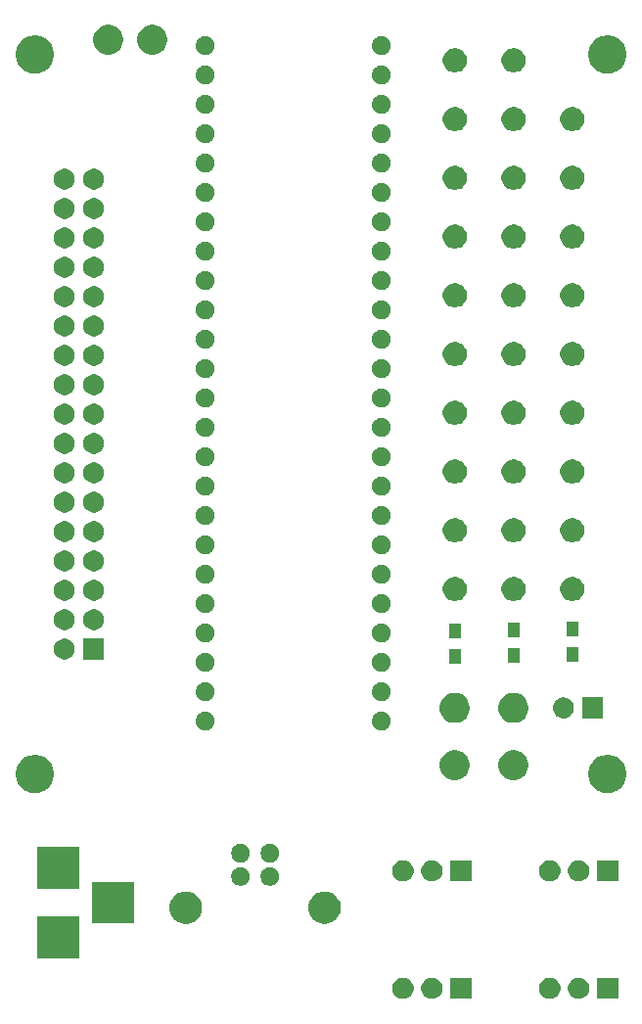
<source format=gbr>
G04 #@! TF.GenerationSoftware,KiCad,Pcbnew,(5.0.2-4-g3082e92af)*
G04 #@! TF.CreationDate,2019-02-05T21:12:24+02:00*
G04 #@! TF.ProjectId,My Piano Controller 6 (Full SMD),4d792050-6961-46e6-9f20-436f6e74726f,rev?*
G04 #@! TF.SameCoordinates,Original*
G04 #@! TF.FileFunction,Soldermask,Top*
G04 #@! TF.FilePolarity,Negative*
%FSLAX46Y46*%
G04 Gerber Fmt 4.6, Leading zero omitted, Abs format (unit mm)*
G04 Created by KiCad (PCBNEW (5.0.2-4-g3082e92af)) date 2019 February 05, Tuesday 21:12:24*
%MOMM*%
%LPD*%
G01*
G04 APERTURE LIST*
%ADD10C,0.100000*%
G04 APERTURE END LIST*
D10*
G36*
X162216000Y-118528000D02*
X160364000Y-118528000D01*
X160364000Y-116676000D01*
X162216000Y-116676000D01*
X162216000Y-118528000D01*
X162216000Y-118528000D01*
G37*
G36*
X159060104Y-116711585D02*
X159228626Y-116781389D01*
X159380291Y-116882728D01*
X159509272Y-117011709D01*
X159610611Y-117163374D01*
X159680415Y-117331896D01*
X159716000Y-117510797D01*
X159716000Y-117693203D01*
X159680415Y-117872104D01*
X159610611Y-118040626D01*
X159509272Y-118192291D01*
X159380291Y-118321272D01*
X159228626Y-118422611D01*
X159060104Y-118492415D01*
X158881203Y-118528000D01*
X158698797Y-118528000D01*
X158519896Y-118492415D01*
X158351374Y-118422611D01*
X158199709Y-118321272D01*
X158070728Y-118192291D01*
X157969389Y-118040626D01*
X157899585Y-117872104D01*
X157864000Y-117693203D01*
X157864000Y-117510797D01*
X157899585Y-117331896D01*
X157969389Y-117163374D01*
X158070728Y-117011709D01*
X158199709Y-116882728D01*
X158351374Y-116781389D01*
X158519896Y-116711585D01*
X158698797Y-116676000D01*
X158881203Y-116676000D01*
X159060104Y-116711585D01*
X159060104Y-116711585D01*
G37*
G36*
X156560104Y-116711585D02*
X156728626Y-116781389D01*
X156880291Y-116882728D01*
X157009272Y-117011709D01*
X157110611Y-117163374D01*
X157180415Y-117331896D01*
X157216000Y-117510797D01*
X157216000Y-117693203D01*
X157180415Y-117872104D01*
X157110611Y-118040626D01*
X157009272Y-118192291D01*
X156880291Y-118321272D01*
X156728626Y-118422611D01*
X156560104Y-118492415D01*
X156381203Y-118528000D01*
X156198797Y-118528000D01*
X156019896Y-118492415D01*
X155851374Y-118422611D01*
X155699709Y-118321272D01*
X155570728Y-118192291D01*
X155469389Y-118040626D01*
X155399585Y-117872104D01*
X155364000Y-117693203D01*
X155364000Y-117510797D01*
X155399585Y-117331896D01*
X155469389Y-117163374D01*
X155570728Y-117011709D01*
X155699709Y-116882728D01*
X155851374Y-116781389D01*
X156019896Y-116711585D01*
X156198797Y-116676000D01*
X156381203Y-116676000D01*
X156560104Y-116711585D01*
X156560104Y-116711585D01*
G37*
G36*
X149516000Y-118528000D02*
X147664000Y-118528000D01*
X147664000Y-116676000D01*
X149516000Y-116676000D01*
X149516000Y-118528000D01*
X149516000Y-118528000D01*
G37*
G36*
X146360104Y-116711585D02*
X146528626Y-116781389D01*
X146680291Y-116882728D01*
X146809272Y-117011709D01*
X146910611Y-117163374D01*
X146980415Y-117331896D01*
X147016000Y-117510797D01*
X147016000Y-117693203D01*
X146980415Y-117872104D01*
X146910611Y-118040626D01*
X146809272Y-118192291D01*
X146680291Y-118321272D01*
X146528626Y-118422611D01*
X146360104Y-118492415D01*
X146181203Y-118528000D01*
X145998797Y-118528000D01*
X145819896Y-118492415D01*
X145651374Y-118422611D01*
X145499709Y-118321272D01*
X145370728Y-118192291D01*
X145269389Y-118040626D01*
X145199585Y-117872104D01*
X145164000Y-117693203D01*
X145164000Y-117510797D01*
X145199585Y-117331896D01*
X145269389Y-117163374D01*
X145370728Y-117011709D01*
X145499709Y-116882728D01*
X145651374Y-116781389D01*
X145819896Y-116711585D01*
X145998797Y-116676000D01*
X146181203Y-116676000D01*
X146360104Y-116711585D01*
X146360104Y-116711585D01*
G37*
G36*
X143860104Y-116711585D02*
X144028626Y-116781389D01*
X144180291Y-116882728D01*
X144309272Y-117011709D01*
X144410611Y-117163374D01*
X144480415Y-117331896D01*
X144516000Y-117510797D01*
X144516000Y-117693203D01*
X144480415Y-117872104D01*
X144410611Y-118040626D01*
X144309272Y-118192291D01*
X144180291Y-118321272D01*
X144028626Y-118422611D01*
X143860104Y-118492415D01*
X143681203Y-118528000D01*
X143498797Y-118528000D01*
X143319896Y-118492415D01*
X143151374Y-118422611D01*
X142999709Y-118321272D01*
X142870728Y-118192291D01*
X142769389Y-118040626D01*
X142699585Y-117872104D01*
X142664000Y-117693203D01*
X142664000Y-117510797D01*
X142699585Y-117331896D01*
X142769389Y-117163374D01*
X142870728Y-117011709D01*
X142999709Y-116882728D01*
X143151374Y-116781389D01*
X143319896Y-116711585D01*
X143498797Y-116676000D01*
X143681203Y-116676000D01*
X143860104Y-116711585D01*
X143860104Y-116711585D01*
G37*
G36*
X115593000Y-114989000D02*
X111991000Y-114989000D01*
X111991000Y-111387000D01*
X115593000Y-111387000D01*
X115593000Y-114989000D01*
X115593000Y-114989000D01*
G37*
G36*
X125128433Y-109252893D02*
X125218657Y-109270839D01*
X125324267Y-109314585D01*
X125473621Y-109376449D01*
X125703089Y-109529774D01*
X125898226Y-109724911D01*
X126051551Y-109954379D01*
X126157161Y-110209344D01*
X126211000Y-110480012D01*
X126211000Y-110755988D01*
X126157161Y-111026656D01*
X126051551Y-111281621D01*
X125898226Y-111511089D01*
X125703089Y-111706226D01*
X125473621Y-111859551D01*
X125324267Y-111921415D01*
X125218657Y-111965161D01*
X125128433Y-111983107D01*
X124947988Y-112019000D01*
X124672012Y-112019000D01*
X124491567Y-111983107D01*
X124401343Y-111965161D01*
X124295733Y-111921415D01*
X124146379Y-111859551D01*
X123916911Y-111706226D01*
X123721774Y-111511089D01*
X123568449Y-111281621D01*
X123462839Y-111026656D01*
X123409000Y-110755988D01*
X123409000Y-110480012D01*
X123462839Y-110209344D01*
X123568449Y-109954379D01*
X123721774Y-109724911D01*
X123916911Y-109529774D01*
X124146379Y-109376449D01*
X124295733Y-109314585D01*
X124401343Y-109270839D01*
X124491567Y-109252893D01*
X124672012Y-109217000D01*
X124947988Y-109217000D01*
X125128433Y-109252893D01*
X125128433Y-109252893D01*
G37*
G36*
X137128433Y-109252893D02*
X137218657Y-109270839D01*
X137324267Y-109314585D01*
X137473621Y-109376449D01*
X137703089Y-109529774D01*
X137898226Y-109724911D01*
X138051551Y-109954379D01*
X138157161Y-110209344D01*
X138211000Y-110480012D01*
X138211000Y-110755988D01*
X138157161Y-111026656D01*
X138051551Y-111281621D01*
X137898226Y-111511089D01*
X137703089Y-111706226D01*
X137473621Y-111859551D01*
X137324267Y-111921415D01*
X137218657Y-111965161D01*
X137128433Y-111983107D01*
X136947988Y-112019000D01*
X136672012Y-112019000D01*
X136491567Y-111983107D01*
X136401343Y-111965161D01*
X136295733Y-111921415D01*
X136146379Y-111859551D01*
X135916911Y-111706226D01*
X135721774Y-111511089D01*
X135568449Y-111281621D01*
X135462839Y-111026656D01*
X135409000Y-110755988D01*
X135409000Y-110480012D01*
X135462839Y-110209344D01*
X135568449Y-109954379D01*
X135721774Y-109724911D01*
X135916911Y-109529774D01*
X136146379Y-109376449D01*
X136295733Y-109314585D01*
X136401343Y-109270839D01*
X136491567Y-109252893D01*
X136672012Y-109217000D01*
X136947988Y-109217000D01*
X137128433Y-109252893D01*
X137128433Y-109252893D01*
G37*
G36*
X120293000Y-111989000D02*
X116691000Y-111989000D01*
X116691000Y-108387000D01*
X120293000Y-108387000D01*
X120293000Y-111989000D01*
X120293000Y-111989000D01*
G37*
G36*
X115593000Y-108989000D02*
X111991000Y-108989000D01*
X111991000Y-105387000D01*
X115593000Y-105387000D01*
X115593000Y-108989000D01*
X115593000Y-108989000D01*
G37*
G36*
X129776560Y-107138166D02*
X129857992Y-107171896D01*
X129924153Y-107199301D01*
X130055213Y-107286873D01*
X130056985Y-107288057D01*
X130169943Y-107401015D01*
X130169945Y-107401018D01*
X130258269Y-107533203D01*
X130258700Y-107533849D01*
X130319834Y-107681440D01*
X130351000Y-107838122D01*
X130351000Y-107997878D01*
X130319834Y-108154560D01*
X130258700Y-108302151D01*
X130169943Y-108434985D01*
X130056985Y-108547943D01*
X130056982Y-108547945D01*
X129924153Y-108636699D01*
X129924152Y-108636700D01*
X129924151Y-108636700D01*
X129776560Y-108697834D01*
X129619878Y-108729000D01*
X129460122Y-108729000D01*
X129303440Y-108697834D01*
X129155849Y-108636700D01*
X129155848Y-108636700D01*
X129155847Y-108636699D01*
X129023018Y-108547945D01*
X129023015Y-108547943D01*
X128910057Y-108434985D01*
X128821300Y-108302151D01*
X128760166Y-108154560D01*
X128729000Y-107997878D01*
X128729000Y-107838122D01*
X128760166Y-107681440D01*
X128821300Y-107533849D01*
X128821732Y-107533203D01*
X128910055Y-107401018D01*
X128910057Y-107401015D01*
X129023015Y-107288057D01*
X129024787Y-107286873D01*
X129155847Y-107199301D01*
X129222009Y-107171896D01*
X129303440Y-107138166D01*
X129460122Y-107107000D01*
X129619878Y-107107000D01*
X129776560Y-107138166D01*
X129776560Y-107138166D01*
G37*
G36*
X132316560Y-107138166D02*
X132397992Y-107171896D01*
X132464153Y-107199301D01*
X132595213Y-107286873D01*
X132596985Y-107288057D01*
X132709943Y-107401015D01*
X132709945Y-107401018D01*
X132798269Y-107533203D01*
X132798700Y-107533849D01*
X132859834Y-107681440D01*
X132891000Y-107838122D01*
X132891000Y-107997878D01*
X132859834Y-108154560D01*
X132798700Y-108302151D01*
X132709943Y-108434985D01*
X132596985Y-108547943D01*
X132596982Y-108547945D01*
X132464153Y-108636699D01*
X132464152Y-108636700D01*
X132464151Y-108636700D01*
X132316560Y-108697834D01*
X132159878Y-108729000D01*
X132000122Y-108729000D01*
X131843440Y-108697834D01*
X131695849Y-108636700D01*
X131695848Y-108636700D01*
X131695847Y-108636699D01*
X131563018Y-108547945D01*
X131563015Y-108547943D01*
X131450057Y-108434985D01*
X131361300Y-108302151D01*
X131300166Y-108154560D01*
X131269000Y-107997878D01*
X131269000Y-107838122D01*
X131300166Y-107681440D01*
X131361300Y-107533849D01*
X131361732Y-107533203D01*
X131450055Y-107401018D01*
X131450057Y-107401015D01*
X131563015Y-107288057D01*
X131564787Y-107286873D01*
X131695847Y-107199301D01*
X131762009Y-107171896D01*
X131843440Y-107138166D01*
X132000122Y-107107000D01*
X132159878Y-107107000D01*
X132316560Y-107138166D01*
X132316560Y-107138166D01*
G37*
G36*
X162216000Y-108368000D02*
X160364000Y-108368000D01*
X160364000Y-106516000D01*
X162216000Y-106516000D01*
X162216000Y-108368000D01*
X162216000Y-108368000D01*
G37*
G36*
X159060104Y-106551585D02*
X159228626Y-106621389D01*
X159380291Y-106722728D01*
X159509272Y-106851709D01*
X159610611Y-107003374D01*
X159680415Y-107171896D01*
X159716000Y-107350797D01*
X159716000Y-107533203D01*
X159680415Y-107712104D01*
X159610611Y-107880626D01*
X159509272Y-108032291D01*
X159380291Y-108161272D01*
X159228626Y-108262611D01*
X159060104Y-108332415D01*
X158881203Y-108368000D01*
X158698797Y-108368000D01*
X158519896Y-108332415D01*
X158351374Y-108262611D01*
X158199709Y-108161272D01*
X158070728Y-108032291D01*
X157969389Y-107880626D01*
X157899585Y-107712104D01*
X157864000Y-107533203D01*
X157864000Y-107350797D01*
X157899585Y-107171896D01*
X157969389Y-107003374D01*
X158070728Y-106851709D01*
X158199709Y-106722728D01*
X158351374Y-106621389D01*
X158519896Y-106551585D01*
X158698797Y-106516000D01*
X158881203Y-106516000D01*
X159060104Y-106551585D01*
X159060104Y-106551585D01*
G37*
G36*
X156560104Y-106551585D02*
X156728626Y-106621389D01*
X156880291Y-106722728D01*
X157009272Y-106851709D01*
X157110611Y-107003374D01*
X157180415Y-107171896D01*
X157216000Y-107350797D01*
X157216000Y-107533203D01*
X157180415Y-107712104D01*
X157110611Y-107880626D01*
X157009272Y-108032291D01*
X156880291Y-108161272D01*
X156728626Y-108262611D01*
X156560104Y-108332415D01*
X156381203Y-108368000D01*
X156198797Y-108368000D01*
X156019896Y-108332415D01*
X155851374Y-108262611D01*
X155699709Y-108161272D01*
X155570728Y-108032291D01*
X155469389Y-107880626D01*
X155399585Y-107712104D01*
X155364000Y-107533203D01*
X155364000Y-107350797D01*
X155399585Y-107171896D01*
X155469389Y-107003374D01*
X155570728Y-106851709D01*
X155699709Y-106722728D01*
X155851374Y-106621389D01*
X156019896Y-106551585D01*
X156198797Y-106516000D01*
X156381203Y-106516000D01*
X156560104Y-106551585D01*
X156560104Y-106551585D01*
G37*
G36*
X149516000Y-108368000D02*
X147664000Y-108368000D01*
X147664000Y-106516000D01*
X149516000Y-106516000D01*
X149516000Y-108368000D01*
X149516000Y-108368000D01*
G37*
G36*
X146360104Y-106551585D02*
X146528626Y-106621389D01*
X146680291Y-106722728D01*
X146809272Y-106851709D01*
X146910611Y-107003374D01*
X146980415Y-107171896D01*
X147016000Y-107350797D01*
X147016000Y-107533203D01*
X146980415Y-107712104D01*
X146910611Y-107880626D01*
X146809272Y-108032291D01*
X146680291Y-108161272D01*
X146528626Y-108262611D01*
X146360104Y-108332415D01*
X146181203Y-108368000D01*
X145998797Y-108368000D01*
X145819896Y-108332415D01*
X145651374Y-108262611D01*
X145499709Y-108161272D01*
X145370728Y-108032291D01*
X145269389Y-107880626D01*
X145199585Y-107712104D01*
X145164000Y-107533203D01*
X145164000Y-107350797D01*
X145199585Y-107171896D01*
X145269389Y-107003374D01*
X145370728Y-106851709D01*
X145499709Y-106722728D01*
X145651374Y-106621389D01*
X145819896Y-106551585D01*
X145998797Y-106516000D01*
X146181203Y-106516000D01*
X146360104Y-106551585D01*
X146360104Y-106551585D01*
G37*
G36*
X143860104Y-106551585D02*
X144028626Y-106621389D01*
X144180291Y-106722728D01*
X144309272Y-106851709D01*
X144410611Y-107003374D01*
X144480415Y-107171896D01*
X144516000Y-107350797D01*
X144516000Y-107533203D01*
X144480415Y-107712104D01*
X144410611Y-107880626D01*
X144309272Y-108032291D01*
X144180291Y-108161272D01*
X144028626Y-108262611D01*
X143860104Y-108332415D01*
X143681203Y-108368000D01*
X143498797Y-108368000D01*
X143319896Y-108332415D01*
X143151374Y-108262611D01*
X142999709Y-108161272D01*
X142870728Y-108032291D01*
X142769389Y-107880626D01*
X142699585Y-107712104D01*
X142664000Y-107533203D01*
X142664000Y-107350797D01*
X142699585Y-107171896D01*
X142769389Y-107003374D01*
X142870728Y-106851709D01*
X142999709Y-106722728D01*
X143151374Y-106621389D01*
X143319896Y-106551585D01*
X143498797Y-106516000D01*
X143681203Y-106516000D01*
X143860104Y-106551585D01*
X143860104Y-106551585D01*
G37*
G36*
X132316560Y-105138166D02*
X132464153Y-105199301D01*
X132595213Y-105286873D01*
X132596985Y-105288057D01*
X132709943Y-105401015D01*
X132798700Y-105533849D01*
X132859834Y-105681440D01*
X132891000Y-105838122D01*
X132891000Y-105997878D01*
X132859834Y-106154560D01*
X132798700Y-106302151D01*
X132709943Y-106434985D01*
X132596985Y-106547943D01*
X132596982Y-106547945D01*
X132464153Y-106636699D01*
X132464152Y-106636700D01*
X132464151Y-106636700D01*
X132316560Y-106697834D01*
X132159878Y-106729000D01*
X132000122Y-106729000D01*
X131843440Y-106697834D01*
X131695849Y-106636700D01*
X131695848Y-106636700D01*
X131695847Y-106636699D01*
X131563018Y-106547945D01*
X131563015Y-106547943D01*
X131450057Y-106434985D01*
X131361300Y-106302151D01*
X131300166Y-106154560D01*
X131269000Y-105997878D01*
X131269000Y-105838122D01*
X131300166Y-105681440D01*
X131361300Y-105533849D01*
X131450057Y-105401015D01*
X131563015Y-105288057D01*
X131564787Y-105286873D01*
X131695847Y-105199301D01*
X131843440Y-105138166D01*
X132000122Y-105107000D01*
X132159878Y-105107000D01*
X132316560Y-105138166D01*
X132316560Y-105138166D01*
G37*
G36*
X129776560Y-105138166D02*
X129924153Y-105199301D01*
X130055213Y-105286873D01*
X130056985Y-105288057D01*
X130169943Y-105401015D01*
X130258700Y-105533849D01*
X130319834Y-105681440D01*
X130351000Y-105838122D01*
X130351000Y-105997878D01*
X130319834Y-106154560D01*
X130258700Y-106302151D01*
X130169943Y-106434985D01*
X130056985Y-106547943D01*
X130056982Y-106547945D01*
X129924153Y-106636699D01*
X129924152Y-106636700D01*
X129924151Y-106636700D01*
X129776560Y-106697834D01*
X129619878Y-106729000D01*
X129460122Y-106729000D01*
X129303440Y-106697834D01*
X129155849Y-106636700D01*
X129155848Y-106636700D01*
X129155847Y-106636699D01*
X129023018Y-106547945D01*
X129023015Y-106547943D01*
X128910057Y-106434985D01*
X128821300Y-106302151D01*
X128760166Y-106154560D01*
X128729000Y-105997878D01*
X128729000Y-105838122D01*
X128760166Y-105681440D01*
X128821300Y-105533849D01*
X128910057Y-105401015D01*
X129023015Y-105288057D01*
X129024787Y-105286873D01*
X129155847Y-105199301D01*
X129303440Y-105138166D01*
X129460122Y-105107000D01*
X129619878Y-105107000D01*
X129776560Y-105138166D01*
X129776560Y-105138166D01*
G37*
G36*
X161665256Y-97451298D02*
X161771579Y-97472447D01*
X162072042Y-97596903D01*
X162338852Y-97775180D01*
X162342454Y-97777587D01*
X162572413Y-98007546D01*
X162753098Y-98277960D01*
X162877553Y-98578422D01*
X162941000Y-98897389D01*
X162941000Y-99222611D01*
X162877553Y-99541578D01*
X162753098Y-99842040D01*
X162572413Y-100112454D01*
X162342454Y-100342413D01*
X162342451Y-100342415D01*
X162072042Y-100523097D01*
X161771579Y-100647553D01*
X161665256Y-100668702D01*
X161452611Y-100711000D01*
X161127389Y-100711000D01*
X160914744Y-100668702D01*
X160808421Y-100647553D01*
X160507958Y-100523097D01*
X160237549Y-100342415D01*
X160237546Y-100342413D01*
X160007587Y-100112454D01*
X159826902Y-99842040D01*
X159702447Y-99541578D01*
X159639000Y-99222611D01*
X159639000Y-98897389D01*
X159702447Y-98578422D01*
X159826902Y-98277960D01*
X160007587Y-98007546D01*
X160237546Y-97777587D01*
X160241148Y-97775180D01*
X160507958Y-97596903D01*
X160808421Y-97472447D01*
X160914744Y-97451298D01*
X161127389Y-97409000D01*
X161452611Y-97409000D01*
X161665256Y-97451298D01*
X161665256Y-97451298D01*
G37*
G36*
X112135256Y-97451298D02*
X112241579Y-97472447D01*
X112542042Y-97596903D01*
X112808852Y-97775180D01*
X112812454Y-97777587D01*
X113042413Y-98007546D01*
X113223098Y-98277960D01*
X113347553Y-98578422D01*
X113411000Y-98897389D01*
X113411000Y-99222611D01*
X113347553Y-99541578D01*
X113223098Y-99842040D01*
X113042413Y-100112454D01*
X112812454Y-100342413D01*
X112812451Y-100342415D01*
X112542042Y-100523097D01*
X112241579Y-100647553D01*
X112135256Y-100668702D01*
X111922611Y-100711000D01*
X111597389Y-100711000D01*
X111384744Y-100668702D01*
X111278421Y-100647553D01*
X110977958Y-100523097D01*
X110707549Y-100342415D01*
X110707546Y-100342413D01*
X110477587Y-100112454D01*
X110296902Y-99842040D01*
X110172447Y-99541578D01*
X110109000Y-99222611D01*
X110109000Y-98897389D01*
X110172447Y-98578422D01*
X110296902Y-98277960D01*
X110477587Y-98007546D01*
X110707546Y-97777587D01*
X110711148Y-97775180D01*
X110977958Y-97596903D01*
X111278421Y-97472447D01*
X111384744Y-97451298D01*
X111597389Y-97409000D01*
X111922611Y-97409000D01*
X112135256Y-97451298D01*
X112135256Y-97451298D01*
G37*
G36*
X153541393Y-97047304D02*
X153778102Y-97145352D01*
X153991138Y-97287698D01*
X154172302Y-97468862D01*
X154314648Y-97681898D01*
X154412696Y-97918607D01*
X154462680Y-98169893D01*
X154462680Y-98426107D01*
X154412696Y-98677393D01*
X154314648Y-98914102D01*
X154172302Y-99127138D01*
X153991138Y-99308302D01*
X153778102Y-99450648D01*
X153541393Y-99548696D01*
X153290107Y-99598680D01*
X153033893Y-99598680D01*
X152782607Y-99548696D01*
X152545898Y-99450648D01*
X152332862Y-99308302D01*
X152151698Y-99127138D01*
X152009352Y-98914102D01*
X151911304Y-98677393D01*
X151861320Y-98426107D01*
X151861320Y-98169893D01*
X151911304Y-97918607D01*
X152009352Y-97681898D01*
X152151698Y-97468862D01*
X152332862Y-97287698D01*
X152545898Y-97145352D01*
X152782607Y-97047304D01*
X153033893Y-96997320D01*
X153290107Y-96997320D01*
X153541393Y-97047304D01*
X153541393Y-97047304D01*
G37*
G36*
X148461393Y-97047304D02*
X148698102Y-97145352D01*
X148911138Y-97287698D01*
X149092302Y-97468862D01*
X149234648Y-97681898D01*
X149332696Y-97918607D01*
X149382680Y-98169893D01*
X149382680Y-98426107D01*
X149332696Y-98677393D01*
X149234648Y-98914102D01*
X149092302Y-99127138D01*
X148911138Y-99308302D01*
X148698102Y-99450648D01*
X148461393Y-99548696D01*
X148210107Y-99598680D01*
X147953893Y-99598680D01*
X147702607Y-99548696D01*
X147465898Y-99450648D01*
X147252862Y-99308302D01*
X147071698Y-99127138D01*
X146929352Y-98914102D01*
X146831304Y-98677393D01*
X146781320Y-98426107D01*
X146781320Y-98169893D01*
X146831304Y-97918607D01*
X146929352Y-97681898D01*
X147071698Y-97468862D01*
X147252862Y-97287698D01*
X147465898Y-97145352D01*
X147702607Y-97047304D01*
X147953893Y-96997320D01*
X148210107Y-96997320D01*
X148461393Y-97047304D01*
X148461393Y-97047304D01*
G37*
G36*
X126730016Y-93703358D02*
X126730019Y-93703359D01*
X126730018Y-93703359D01*
X126878521Y-93764870D01*
X127012170Y-93854172D01*
X127125828Y-93967830D01*
X127215130Y-94101479D01*
X127266087Y-94224503D01*
X127276642Y-94249984D01*
X127308000Y-94407630D01*
X127308000Y-94568370D01*
X127276642Y-94726016D01*
X127276641Y-94726018D01*
X127215130Y-94874521D01*
X127125828Y-95008170D01*
X127012170Y-95121828D01*
X126878521Y-95211130D01*
X126755497Y-95262087D01*
X126730016Y-95272642D01*
X126572370Y-95304000D01*
X126411630Y-95304000D01*
X126253984Y-95272642D01*
X126228503Y-95262087D01*
X126105479Y-95211130D01*
X125971830Y-95121828D01*
X125858172Y-95008170D01*
X125768870Y-94874521D01*
X125707359Y-94726018D01*
X125707358Y-94726016D01*
X125676000Y-94568370D01*
X125676000Y-94407630D01*
X125707358Y-94249984D01*
X125717913Y-94224503D01*
X125768870Y-94101479D01*
X125858172Y-93967830D01*
X125971830Y-93854172D01*
X126105479Y-93764870D01*
X126253982Y-93703359D01*
X126253981Y-93703359D01*
X126253984Y-93703358D01*
X126411630Y-93672000D01*
X126572370Y-93672000D01*
X126730016Y-93703358D01*
X126730016Y-93703358D01*
G37*
G36*
X141970016Y-93703358D02*
X141970019Y-93703359D01*
X141970018Y-93703359D01*
X142118521Y-93764870D01*
X142252170Y-93854172D01*
X142365828Y-93967830D01*
X142455130Y-94101479D01*
X142506087Y-94224503D01*
X142516642Y-94249984D01*
X142548000Y-94407630D01*
X142548000Y-94568370D01*
X142516642Y-94726016D01*
X142516641Y-94726018D01*
X142455130Y-94874521D01*
X142365828Y-95008170D01*
X142252170Y-95121828D01*
X142118521Y-95211130D01*
X141995497Y-95262087D01*
X141970016Y-95272642D01*
X141812370Y-95304000D01*
X141651630Y-95304000D01*
X141493984Y-95272642D01*
X141468503Y-95262087D01*
X141345479Y-95211130D01*
X141211830Y-95121828D01*
X141098172Y-95008170D01*
X141008870Y-94874521D01*
X140947359Y-94726018D01*
X140947358Y-94726016D01*
X140916000Y-94568370D01*
X140916000Y-94407630D01*
X140947358Y-94249984D01*
X140957913Y-94224503D01*
X141008870Y-94101479D01*
X141098172Y-93967830D01*
X141211830Y-93854172D01*
X141345479Y-93764870D01*
X141493982Y-93703359D01*
X141493981Y-93703359D01*
X141493984Y-93703358D01*
X141651630Y-93672000D01*
X141812370Y-93672000D01*
X141970016Y-93703358D01*
X141970016Y-93703358D01*
G37*
G36*
X153541393Y-92094304D02*
X153778102Y-92192352D01*
X153991138Y-92334698D01*
X154172302Y-92515862D01*
X154314648Y-92728898D01*
X154412696Y-92965607D01*
X154462680Y-93216893D01*
X154462680Y-93473107D01*
X154412696Y-93724393D01*
X154314648Y-93961102D01*
X154172302Y-94174138D01*
X153991138Y-94355302D01*
X153778102Y-94497648D01*
X153541393Y-94595696D01*
X153290107Y-94645680D01*
X153033893Y-94645680D01*
X152782607Y-94595696D01*
X152545898Y-94497648D01*
X152332862Y-94355302D01*
X152151698Y-94174138D01*
X152009352Y-93961102D01*
X151911304Y-93724393D01*
X151861320Y-93473107D01*
X151861320Y-93216893D01*
X151911304Y-92965607D01*
X152009352Y-92728898D01*
X152151698Y-92515862D01*
X152332862Y-92334698D01*
X152545898Y-92192352D01*
X152782607Y-92094304D01*
X153033893Y-92044320D01*
X153290107Y-92044320D01*
X153541393Y-92094304D01*
X153541393Y-92094304D01*
G37*
G36*
X148461393Y-92094304D02*
X148698102Y-92192352D01*
X148911138Y-92334698D01*
X149092302Y-92515862D01*
X149234648Y-92728898D01*
X149332696Y-92965607D01*
X149382680Y-93216893D01*
X149382680Y-93473107D01*
X149332696Y-93724393D01*
X149234648Y-93961102D01*
X149092302Y-94174138D01*
X148911138Y-94355302D01*
X148698102Y-94497648D01*
X148461393Y-94595696D01*
X148210107Y-94645680D01*
X147953893Y-94645680D01*
X147702607Y-94595696D01*
X147465898Y-94497648D01*
X147252862Y-94355302D01*
X147071698Y-94174138D01*
X146929352Y-93961102D01*
X146831304Y-93724393D01*
X146781320Y-93473107D01*
X146781320Y-93216893D01*
X146831304Y-92965607D01*
X146929352Y-92728898D01*
X147071698Y-92515862D01*
X147252862Y-92334698D01*
X147465898Y-92192352D01*
X147702607Y-92094304D01*
X147953893Y-92044320D01*
X148210107Y-92044320D01*
X148461393Y-92094304D01*
X148461393Y-92094304D01*
G37*
G36*
X160921000Y-94246000D02*
X159119000Y-94246000D01*
X159119000Y-92444000D01*
X160921000Y-92444000D01*
X160921000Y-94246000D01*
X160921000Y-94246000D01*
G37*
G36*
X157590443Y-92450519D02*
X157656627Y-92457037D01*
X157769853Y-92491384D01*
X157826467Y-92508557D01*
X157963540Y-92581825D01*
X157982991Y-92592222D01*
X158018729Y-92621552D01*
X158120186Y-92704814D01*
X158203448Y-92806271D01*
X158232778Y-92842009D01*
X158232779Y-92842011D01*
X158316443Y-92998533D01*
X158316443Y-92998534D01*
X158367963Y-93168373D01*
X158385359Y-93345000D01*
X158367963Y-93521627D01*
X158333616Y-93634853D01*
X158316443Y-93691467D01*
X158242348Y-93830087D01*
X158232778Y-93847991D01*
X158203448Y-93883729D01*
X158120186Y-93985186D01*
X158018729Y-94068448D01*
X157982991Y-94097778D01*
X157982989Y-94097779D01*
X157826467Y-94181443D01*
X157769853Y-94198616D01*
X157656627Y-94232963D01*
X157590443Y-94239481D01*
X157524260Y-94246000D01*
X157435740Y-94246000D01*
X157369557Y-94239481D01*
X157303373Y-94232963D01*
X157190147Y-94198616D01*
X157133533Y-94181443D01*
X156977011Y-94097779D01*
X156977009Y-94097778D01*
X156941271Y-94068448D01*
X156839814Y-93985186D01*
X156756552Y-93883729D01*
X156727222Y-93847991D01*
X156717652Y-93830087D01*
X156643557Y-93691467D01*
X156626384Y-93634853D01*
X156592037Y-93521627D01*
X156574641Y-93345000D01*
X156592037Y-93168373D01*
X156643557Y-92998534D01*
X156643557Y-92998533D01*
X156727221Y-92842011D01*
X156727222Y-92842009D01*
X156756552Y-92806271D01*
X156839814Y-92704814D01*
X156941271Y-92621552D01*
X156977009Y-92592222D01*
X156996460Y-92581825D01*
X157133533Y-92508557D01*
X157190147Y-92491384D01*
X157303373Y-92457037D01*
X157369557Y-92450519D01*
X157435740Y-92444000D01*
X157524260Y-92444000D01*
X157590443Y-92450519D01*
X157590443Y-92450519D01*
G37*
G36*
X126730016Y-91163358D02*
X126730019Y-91163359D01*
X126730018Y-91163359D01*
X126878521Y-91224870D01*
X127012170Y-91314172D01*
X127125828Y-91427830D01*
X127215130Y-91561479D01*
X127266087Y-91684503D01*
X127276642Y-91709984D01*
X127308000Y-91867630D01*
X127308000Y-92028370D01*
X127276642Y-92186016D01*
X127274017Y-92192353D01*
X127215130Y-92334521D01*
X127125828Y-92468170D01*
X127012170Y-92581828D01*
X126878521Y-92671130D01*
X126755497Y-92722087D01*
X126730016Y-92732642D01*
X126572370Y-92764000D01*
X126411630Y-92764000D01*
X126253984Y-92732642D01*
X126228503Y-92722087D01*
X126105479Y-92671130D01*
X125971830Y-92581828D01*
X125858172Y-92468170D01*
X125768870Y-92334521D01*
X125709983Y-92192353D01*
X125707358Y-92186016D01*
X125676000Y-92028370D01*
X125676000Y-91867630D01*
X125707358Y-91709984D01*
X125717913Y-91684503D01*
X125768870Y-91561479D01*
X125858172Y-91427830D01*
X125971830Y-91314172D01*
X126105479Y-91224870D01*
X126253982Y-91163359D01*
X126253981Y-91163359D01*
X126253984Y-91163358D01*
X126411630Y-91132000D01*
X126572370Y-91132000D01*
X126730016Y-91163358D01*
X126730016Y-91163358D01*
G37*
G36*
X141970016Y-91163358D02*
X141970019Y-91163359D01*
X141970018Y-91163359D01*
X142118521Y-91224870D01*
X142252170Y-91314172D01*
X142365828Y-91427830D01*
X142455130Y-91561479D01*
X142506087Y-91684503D01*
X142516642Y-91709984D01*
X142548000Y-91867630D01*
X142548000Y-92028370D01*
X142516642Y-92186016D01*
X142514017Y-92192353D01*
X142455130Y-92334521D01*
X142365828Y-92468170D01*
X142252170Y-92581828D01*
X142118521Y-92671130D01*
X141995497Y-92722087D01*
X141970016Y-92732642D01*
X141812370Y-92764000D01*
X141651630Y-92764000D01*
X141493984Y-92732642D01*
X141468503Y-92722087D01*
X141345479Y-92671130D01*
X141211830Y-92581828D01*
X141098172Y-92468170D01*
X141008870Y-92334521D01*
X140949983Y-92192353D01*
X140947358Y-92186016D01*
X140916000Y-92028370D01*
X140916000Y-91867630D01*
X140947358Y-91709984D01*
X140957913Y-91684503D01*
X141008870Y-91561479D01*
X141098172Y-91427830D01*
X141211830Y-91314172D01*
X141345479Y-91224870D01*
X141493982Y-91163359D01*
X141493981Y-91163359D01*
X141493984Y-91163358D01*
X141651630Y-91132000D01*
X141812370Y-91132000D01*
X141970016Y-91163358D01*
X141970016Y-91163358D01*
G37*
G36*
X141970016Y-88623358D02*
X141970019Y-88623359D01*
X141970018Y-88623359D01*
X142118521Y-88684870D01*
X142252170Y-88774172D01*
X142365828Y-88887830D01*
X142455130Y-89021479D01*
X142472517Y-89063456D01*
X142516642Y-89169984D01*
X142548000Y-89327630D01*
X142548000Y-89488370D01*
X142516642Y-89646016D01*
X142516641Y-89646018D01*
X142455130Y-89794521D01*
X142365828Y-89928170D01*
X142252170Y-90041828D01*
X142118521Y-90131130D01*
X141995497Y-90182087D01*
X141970016Y-90192642D01*
X141812370Y-90224000D01*
X141651630Y-90224000D01*
X141493984Y-90192642D01*
X141468503Y-90182087D01*
X141345479Y-90131130D01*
X141211830Y-90041828D01*
X141098172Y-89928170D01*
X141008870Y-89794521D01*
X140947359Y-89646018D01*
X140947358Y-89646016D01*
X140916000Y-89488370D01*
X140916000Y-89327630D01*
X140947358Y-89169984D01*
X140991483Y-89063456D01*
X141008870Y-89021479D01*
X141098172Y-88887830D01*
X141211830Y-88774172D01*
X141345479Y-88684870D01*
X141493982Y-88623359D01*
X141493981Y-88623359D01*
X141493984Y-88623358D01*
X141651630Y-88592000D01*
X141812370Y-88592000D01*
X141970016Y-88623358D01*
X141970016Y-88623358D01*
G37*
G36*
X126730016Y-88623358D02*
X126730019Y-88623359D01*
X126730018Y-88623359D01*
X126878521Y-88684870D01*
X127012170Y-88774172D01*
X127125828Y-88887830D01*
X127215130Y-89021479D01*
X127232517Y-89063456D01*
X127276642Y-89169984D01*
X127308000Y-89327630D01*
X127308000Y-89488370D01*
X127276642Y-89646016D01*
X127276641Y-89646018D01*
X127215130Y-89794521D01*
X127125828Y-89928170D01*
X127012170Y-90041828D01*
X126878521Y-90131130D01*
X126755497Y-90182087D01*
X126730016Y-90192642D01*
X126572370Y-90224000D01*
X126411630Y-90224000D01*
X126253984Y-90192642D01*
X126228503Y-90182087D01*
X126105479Y-90131130D01*
X125971830Y-90041828D01*
X125858172Y-89928170D01*
X125768870Y-89794521D01*
X125707359Y-89646018D01*
X125707358Y-89646016D01*
X125676000Y-89488370D01*
X125676000Y-89327630D01*
X125707358Y-89169984D01*
X125751483Y-89063456D01*
X125768870Y-89021479D01*
X125858172Y-88887830D01*
X125971830Y-88774172D01*
X126105479Y-88684870D01*
X126253982Y-88623359D01*
X126253981Y-88623359D01*
X126253984Y-88623358D01*
X126411630Y-88592000D01*
X126572370Y-88592000D01*
X126730016Y-88623358D01*
X126730016Y-88623358D01*
G37*
G36*
X148583000Y-89551000D02*
X147581000Y-89551000D01*
X147581000Y-88249000D01*
X148583000Y-88249000D01*
X148583000Y-89551000D01*
X148583000Y-89551000D01*
G37*
G36*
X153663000Y-89465000D02*
X152661000Y-89465000D01*
X152661000Y-88163000D01*
X153663000Y-88163000D01*
X153663000Y-89465000D01*
X153663000Y-89465000D01*
G37*
G36*
X158743000Y-89381000D02*
X157741000Y-89381000D01*
X157741000Y-88079000D01*
X158743000Y-88079000D01*
X158743000Y-89381000D01*
X158743000Y-89381000D01*
G37*
G36*
X117741000Y-89166000D02*
X115939000Y-89166000D01*
X115939000Y-87364000D01*
X117741000Y-87364000D01*
X117741000Y-89166000D01*
X117741000Y-89166000D01*
G37*
G36*
X114562812Y-87398624D02*
X114726784Y-87466544D01*
X114874354Y-87565147D01*
X114999853Y-87690646D01*
X115098456Y-87838216D01*
X115166376Y-88002188D01*
X115201000Y-88176259D01*
X115201000Y-88353741D01*
X115166376Y-88527812D01*
X115098456Y-88691784D01*
X114999853Y-88839354D01*
X114874354Y-88964853D01*
X114726784Y-89063456D01*
X114562812Y-89131376D01*
X114388741Y-89166000D01*
X114211259Y-89166000D01*
X114037188Y-89131376D01*
X113873216Y-89063456D01*
X113725646Y-88964853D01*
X113600147Y-88839354D01*
X113501544Y-88691784D01*
X113433624Y-88527812D01*
X113399000Y-88353741D01*
X113399000Y-88176259D01*
X113433624Y-88002188D01*
X113501544Y-87838216D01*
X113600147Y-87690646D01*
X113725646Y-87565147D01*
X113873216Y-87466544D01*
X114037188Y-87398624D01*
X114211259Y-87364000D01*
X114388741Y-87364000D01*
X114562812Y-87398624D01*
X114562812Y-87398624D01*
G37*
G36*
X141970016Y-86083358D02*
X141970019Y-86083359D01*
X141970018Y-86083359D01*
X142118521Y-86144870D01*
X142252170Y-86234172D01*
X142365828Y-86347830D01*
X142455130Y-86481479D01*
X142472517Y-86523456D01*
X142516642Y-86629984D01*
X142548000Y-86787630D01*
X142548000Y-86948370D01*
X142516642Y-87106016D01*
X142516641Y-87106018D01*
X142455130Y-87254521D01*
X142365828Y-87388170D01*
X142252170Y-87501828D01*
X142118521Y-87591130D01*
X141995497Y-87642087D01*
X141970016Y-87652642D01*
X141812370Y-87684000D01*
X141651630Y-87684000D01*
X141493984Y-87652642D01*
X141468503Y-87642087D01*
X141345479Y-87591130D01*
X141211830Y-87501828D01*
X141098172Y-87388170D01*
X141008870Y-87254521D01*
X140947359Y-87106018D01*
X140947358Y-87106016D01*
X140916000Y-86948370D01*
X140916000Y-86787630D01*
X140947358Y-86629984D01*
X140991483Y-86523456D01*
X141008870Y-86481479D01*
X141098172Y-86347830D01*
X141211830Y-86234172D01*
X141345479Y-86144870D01*
X141493982Y-86083359D01*
X141493981Y-86083359D01*
X141493984Y-86083358D01*
X141651630Y-86052000D01*
X141812370Y-86052000D01*
X141970016Y-86083358D01*
X141970016Y-86083358D01*
G37*
G36*
X126730016Y-86083358D02*
X126730019Y-86083359D01*
X126730018Y-86083359D01*
X126878521Y-86144870D01*
X127012170Y-86234172D01*
X127125828Y-86347830D01*
X127215130Y-86481479D01*
X127232517Y-86523456D01*
X127276642Y-86629984D01*
X127308000Y-86787630D01*
X127308000Y-86948370D01*
X127276642Y-87106016D01*
X127276641Y-87106018D01*
X127215130Y-87254521D01*
X127125828Y-87388170D01*
X127012170Y-87501828D01*
X126878521Y-87591130D01*
X126755497Y-87642087D01*
X126730016Y-87652642D01*
X126572370Y-87684000D01*
X126411630Y-87684000D01*
X126253984Y-87652642D01*
X126228503Y-87642087D01*
X126105479Y-87591130D01*
X125971830Y-87501828D01*
X125858172Y-87388170D01*
X125768870Y-87254521D01*
X125707359Y-87106018D01*
X125707358Y-87106016D01*
X125676000Y-86948370D01*
X125676000Y-86787630D01*
X125707358Y-86629984D01*
X125751483Y-86523456D01*
X125768870Y-86481479D01*
X125858172Y-86347830D01*
X125971830Y-86234172D01*
X126105479Y-86144870D01*
X126253982Y-86083359D01*
X126253981Y-86083359D01*
X126253984Y-86083358D01*
X126411630Y-86052000D01*
X126572370Y-86052000D01*
X126730016Y-86083358D01*
X126730016Y-86083358D01*
G37*
G36*
X148583000Y-87351000D02*
X147581000Y-87351000D01*
X147581000Y-86049000D01*
X148583000Y-86049000D01*
X148583000Y-87351000D01*
X148583000Y-87351000D01*
G37*
G36*
X153663000Y-87265000D02*
X152661000Y-87265000D01*
X152661000Y-85963000D01*
X153663000Y-85963000D01*
X153663000Y-87265000D01*
X153663000Y-87265000D01*
G37*
G36*
X158743000Y-87181000D02*
X157741000Y-87181000D01*
X157741000Y-85879000D01*
X158743000Y-85879000D01*
X158743000Y-87181000D01*
X158743000Y-87181000D01*
G37*
G36*
X117102812Y-84858624D02*
X117266784Y-84926544D01*
X117414354Y-85025147D01*
X117539853Y-85150646D01*
X117638456Y-85298216D01*
X117706376Y-85462188D01*
X117741000Y-85636259D01*
X117741000Y-85813741D01*
X117706376Y-85987812D01*
X117638456Y-86151784D01*
X117539853Y-86299354D01*
X117414354Y-86424853D01*
X117266784Y-86523456D01*
X117102812Y-86591376D01*
X116928741Y-86626000D01*
X116751259Y-86626000D01*
X116577188Y-86591376D01*
X116413216Y-86523456D01*
X116265646Y-86424853D01*
X116140147Y-86299354D01*
X116041544Y-86151784D01*
X115973624Y-85987812D01*
X115939000Y-85813741D01*
X115939000Y-85636259D01*
X115973624Y-85462188D01*
X116041544Y-85298216D01*
X116140147Y-85150646D01*
X116265646Y-85025147D01*
X116413216Y-84926544D01*
X116577188Y-84858624D01*
X116751259Y-84824000D01*
X116928741Y-84824000D01*
X117102812Y-84858624D01*
X117102812Y-84858624D01*
G37*
G36*
X114562812Y-84858624D02*
X114726784Y-84926544D01*
X114874354Y-85025147D01*
X114999853Y-85150646D01*
X115098456Y-85298216D01*
X115166376Y-85462188D01*
X115201000Y-85636259D01*
X115201000Y-85813741D01*
X115166376Y-85987812D01*
X115098456Y-86151784D01*
X114999853Y-86299354D01*
X114874354Y-86424853D01*
X114726784Y-86523456D01*
X114562812Y-86591376D01*
X114388741Y-86626000D01*
X114211259Y-86626000D01*
X114037188Y-86591376D01*
X113873216Y-86523456D01*
X113725646Y-86424853D01*
X113600147Y-86299354D01*
X113501544Y-86151784D01*
X113433624Y-85987812D01*
X113399000Y-85813741D01*
X113399000Y-85636259D01*
X113433624Y-85462188D01*
X113501544Y-85298216D01*
X113600147Y-85150646D01*
X113725646Y-85025147D01*
X113873216Y-84926544D01*
X114037188Y-84858624D01*
X114211259Y-84824000D01*
X114388741Y-84824000D01*
X114562812Y-84858624D01*
X114562812Y-84858624D01*
G37*
G36*
X141970016Y-83543358D02*
X141970019Y-83543359D01*
X141970018Y-83543359D01*
X142118521Y-83604870D01*
X142252170Y-83694172D01*
X142365828Y-83807830D01*
X142455130Y-83941479D01*
X142472517Y-83983456D01*
X142516642Y-84089984D01*
X142548000Y-84247630D01*
X142548000Y-84408370D01*
X142516642Y-84566016D01*
X142516641Y-84566018D01*
X142455130Y-84714521D01*
X142365828Y-84848170D01*
X142252170Y-84961828D01*
X142118521Y-85051130D01*
X141995497Y-85102087D01*
X141970016Y-85112642D01*
X141812370Y-85144000D01*
X141651630Y-85144000D01*
X141493984Y-85112642D01*
X141468503Y-85102087D01*
X141345479Y-85051130D01*
X141211830Y-84961828D01*
X141098172Y-84848170D01*
X141008870Y-84714521D01*
X140947359Y-84566018D01*
X140947358Y-84566016D01*
X140916000Y-84408370D01*
X140916000Y-84247630D01*
X140947358Y-84089984D01*
X140991483Y-83983456D01*
X141008870Y-83941479D01*
X141098172Y-83807830D01*
X141211830Y-83694172D01*
X141345479Y-83604870D01*
X141493982Y-83543359D01*
X141493981Y-83543359D01*
X141493984Y-83543358D01*
X141651630Y-83512000D01*
X141812370Y-83512000D01*
X141970016Y-83543358D01*
X141970016Y-83543358D01*
G37*
G36*
X126730016Y-83543358D02*
X126730019Y-83543359D01*
X126730018Y-83543359D01*
X126878521Y-83604870D01*
X127012170Y-83694172D01*
X127125828Y-83807830D01*
X127215130Y-83941479D01*
X127232517Y-83983456D01*
X127276642Y-84089984D01*
X127308000Y-84247630D01*
X127308000Y-84408370D01*
X127276642Y-84566016D01*
X127276641Y-84566018D01*
X127215130Y-84714521D01*
X127125828Y-84848170D01*
X127012170Y-84961828D01*
X126878521Y-85051130D01*
X126755497Y-85102087D01*
X126730016Y-85112642D01*
X126572370Y-85144000D01*
X126411630Y-85144000D01*
X126253984Y-85112642D01*
X126228503Y-85102087D01*
X126105479Y-85051130D01*
X125971830Y-84961828D01*
X125858172Y-84848170D01*
X125768870Y-84714521D01*
X125707359Y-84566018D01*
X125707358Y-84566016D01*
X125676000Y-84408370D01*
X125676000Y-84247630D01*
X125707358Y-84089984D01*
X125751483Y-83983456D01*
X125768870Y-83941479D01*
X125858172Y-83807830D01*
X125971830Y-83694172D01*
X126105479Y-83604870D01*
X126253982Y-83543359D01*
X126253981Y-83543359D01*
X126253984Y-83543358D01*
X126411630Y-83512000D01*
X126572370Y-83512000D01*
X126730016Y-83543358D01*
X126730016Y-83543358D01*
G37*
G36*
X153468414Y-82047879D02*
X153468416Y-82047880D01*
X153468417Y-82047880D01*
X153659594Y-82127068D01*
X153831651Y-82242033D01*
X153977967Y-82388349D01*
X154092932Y-82560406D01*
X154172121Y-82751586D01*
X154212490Y-82954534D01*
X154212490Y-83161466D01*
X154172121Y-83364414D01*
X154092932Y-83555594D01*
X153977967Y-83727651D01*
X153831651Y-83873967D01*
X153831648Y-83873969D01*
X153659594Y-83988932D01*
X153468417Y-84068120D01*
X153468416Y-84068120D01*
X153468414Y-84068121D01*
X153265466Y-84108490D01*
X153058534Y-84108490D01*
X152855586Y-84068121D01*
X152855584Y-84068120D01*
X152855583Y-84068120D01*
X152664406Y-83988932D01*
X152492352Y-83873969D01*
X152492349Y-83873967D01*
X152346033Y-83727651D01*
X152231068Y-83555594D01*
X152151879Y-83364414D01*
X152111510Y-83161466D01*
X152111510Y-82954534D01*
X152151879Y-82751586D01*
X152231068Y-82560406D01*
X152346033Y-82388349D01*
X152492349Y-82242033D01*
X152664406Y-82127068D01*
X152855583Y-82047880D01*
X152855584Y-82047880D01*
X152855586Y-82047879D01*
X153058534Y-82007510D01*
X153265466Y-82007510D01*
X153468414Y-82047879D01*
X153468414Y-82047879D01*
G37*
G36*
X158548414Y-82047879D02*
X158548416Y-82047880D01*
X158548417Y-82047880D01*
X158739594Y-82127068D01*
X158911651Y-82242033D01*
X159057967Y-82388349D01*
X159172932Y-82560406D01*
X159252121Y-82751586D01*
X159292490Y-82954534D01*
X159292490Y-83161466D01*
X159252121Y-83364414D01*
X159172932Y-83555594D01*
X159057967Y-83727651D01*
X158911651Y-83873967D01*
X158911648Y-83873969D01*
X158739594Y-83988932D01*
X158548417Y-84068120D01*
X158548416Y-84068120D01*
X158548414Y-84068121D01*
X158345466Y-84108490D01*
X158138534Y-84108490D01*
X157935586Y-84068121D01*
X157935584Y-84068120D01*
X157935583Y-84068120D01*
X157744406Y-83988932D01*
X157572352Y-83873969D01*
X157572349Y-83873967D01*
X157426033Y-83727651D01*
X157311068Y-83555594D01*
X157231879Y-83364414D01*
X157191510Y-83161466D01*
X157191510Y-82954534D01*
X157231879Y-82751586D01*
X157311068Y-82560406D01*
X157426033Y-82388349D01*
X157572349Y-82242033D01*
X157744406Y-82127068D01*
X157935583Y-82047880D01*
X157935584Y-82047880D01*
X157935586Y-82047879D01*
X158138534Y-82007510D01*
X158345466Y-82007510D01*
X158548414Y-82047879D01*
X158548414Y-82047879D01*
G37*
G36*
X148388414Y-82047879D02*
X148388416Y-82047880D01*
X148388417Y-82047880D01*
X148579594Y-82127068D01*
X148751651Y-82242033D01*
X148897967Y-82388349D01*
X149012932Y-82560406D01*
X149092121Y-82751586D01*
X149132490Y-82954534D01*
X149132490Y-83161466D01*
X149092121Y-83364414D01*
X149012932Y-83555594D01*
X148897967Y-83727651D01*
X148751651Y-83873967D01*
X148751648Y-83873969D01*
X148579594Y-83988932D01*
X148388417Y-84068120D01*
X148388416Y-84068120D01*
X148388414Y-84068121D01*
X148185466Y-84108490D01*
X147978534Y-84108490D01*
X147775586Y-84068121D01*
X147775584Y-84068120D01*
X147775583Y-84068120D01*
X147584406Y-83988932D01*
X147412352Y-83873969D01*
X147412349Y-83873967D01*
X147266033Y-83727651D01*
X147151068Y-83555594D01*
X147071879Y-83364414D01*
X147031510Y-83161466D01*
X147031510Y-82954534D01*
X147071879Y-82751586D01*
X147151068Y-82560406D01*
X147266033Y-82388349D01*
X147412349Y-82242033D01*
X147584406Y-82127068D01*
X147775583Y-82047880D01*
X147775584Y-82047880D01*
X147775586Y-82047879D01*
X147978534Y-82007510D01*
X148185466Y-82007510D01*
X148388414Y-82047879D01*
X148388414Y-82047879D01*
G37*
G36*
X114562812Y-82318624D02*
X114726784Y-82386544D01*
X114874354Y-82485147D01*
X114999853Y-82610646D01*
X115098456Y-82758216D01*
X115166376Y-82922188D01*
X115201000Y-83096259D01*
X115201000Y-83273741D01*
X115166376Y-83447812D01*
X115098456Y-83611784D01*
X114999853Y-83759354D01*
X114874354Y-83884853D01*
X114726784Y-83983456D01*
X114562812Y-84051376D01*
X114388741Y-84086000D01*
X114211259Y-84086000D01*
X114037188Y-84051376D01*
X113873216Y-83983456D01*
X113725646Y-83884853D01*
X113600147Y-83759354D01*
X113501544Y-83611784D01*
X113433624Y-83447812D01*
X113399000Y-83273741D01*
X113399000Y-83096259D01*
X113433624Y-82922188D01*
X113501544Y-82758216D01*
X113600147Y-82610646D01*
X113725646Y-82485147D01*
X113873216Y-82386544D01*
X114037188Y-82318624D01*
X114211259Y-82284000D01*
X114388741Y-82284000D01*
X114562812Y-82318624D01*
X114562812Y-82318624D01*
G37*
G36*
X117102812Y-82318624D02*
X117266784Y-82386544D01*
X117414354Y-82485147D01*
X117539853Y-82610646D01*
X117638456Y-82758216D01*
X117706376Y-82922188D01*
X117741000Y-83096259D01*
X117741000Y-83273741D01*
X117706376Y-83447812D01*
X117638456Y-83611784D01*
X117539853Y-83759354D01*
X117414354Y-83884853D01*
X117266784Y-83983456D01*
X117102812Y-84051376D01*
X116928741Y-84086000D01*
X116751259Y-84086000D01*
X116577188Y-84051376D01*
X116413216Y-83983456D01*
X116265646Y-83884853D01*
X116140147Y-83759354D01*
X116041544Y-83611784D01*
X115973624Y-83447812D01*
X115939000Y-83273741D01*
X115939000Y-83096259D01*
X115973624Y-82922188D01*
X116041544Y-82758216D01*
X116140147Y-82610646D01*
X116265646Y-82485147D01*
X116413216Y-82386544D01*
X116577188Y-82318624D01*
X116751259Y-82284000D01*
X116928741Y-82284000D01*
X117102812Y-82318624D01*
X117102812Y-82318624D01*
G37*
G36*
X141970016Y-81003358D02*
X141970019Y-81003359D01*
X141970018Y-81003359D01*
X142118521Y-81064870D01*
X142252170Y-81154172D01*
X142365828Y-81267830D01*
X142455130Y-81401479D01*
X142472517Y-81443456D01*
X142516642Y-81549984D01*
X142548000Y-81707630D01*
X142548000Y-81868370D01*
X142516642Y-82026016D01*
X142516641Y-82026018D01*
X142455130Y-82174521D01*
X142365828Y-82308170D01*
X142252170Y-82421828D01*
X142118521Y-82511130D01*
X141999556Y-82560406D01*
X141970016Y-82572642D01*
X141812370Y-82604000D01*
X141651630Y-82604000D01*
X141493984Y-82572642D01*
X141464444Y-82560406D01*
X141345479Y-82511130D01*
X141211830Y-82421828D01*
X141098172Y-82308170D01*
X141008870Y-82174521D01*
X140947359Y-82026018D01*
X140947358Y-82026016D01*
X140916000Y-81868370D01*
X140916000Y-81707630D01*
X140947358Y-81549984D01*
X140991483Y-81443456D01*
X141008870Y-81401479D01*
X141098172Y-81267830D01*
X141211830Y-81154172D01*
X141345479Y-81064870D01*
X141493982Y-81003359D01*
X141493981Y-81003359D01*
X141493984Y-81003358D01*
X141651630Y-80972000D01*
X141812370Y-80972000D01*
X141970016Y-81003358D01*
X141970016Y-81003358D01*
G37*
G36*
X126730016Y-81003358D02*
X126730019Y-81003359D01*
X126730018Y-81003359D01*
X126878521Y-81064870D01*
X127012170Y-81154172D01*
X127125828Y-81267830D01*
X127215130Y-81401479D01*
X127232517Y-81443456D01*
X127276642Y-81549984D01*
X127308000Y-81707630D01*
X127308000Y-81868370D01*
X127276642Y-82026016D01*
X127276641Y-82026018D01*
X127215130Y-82174521D01*
X127125828Y-82308170D01*
X127012170Y-82421828D01*
X126878521Y-82511130D01*
X126759556Y-82560406D01*
X126730016Y-82572642D01*
X126572370Y-82604000D01*
X126411630Y-82604000D01*
X126253984Y-82572642D01*
X126224444Y-82560406D01*
X126105479Y-82511130D01*
X125971830Y-82421828D01*
X125858172Y-82308170D01*
X125768870Y-82174521D01*
X125707359Y-82026018D01*
X125707358Y-82026016D01*
X125676000Y-81868370D01*
X125676000Y-81707630D01*
X125707358Y-81549984D01*
X125751483Y-81443456D01*
X125768870Y-81401479D01*
X125858172Y-81267830D01*
X125971830Y-81154172D01*
X126105479Y-81064870D01*
X126253982Y-81003359D01*
X126253981Y-81003359D01*
X126253984Y-81003358D01*
X126411630Y-80972000D01*
X126572370Y-80972000D01*
X126730016Y-81003358D01*
X126730016Y-81003358D01*
G37*
G36*
X117102812Y-79778624D02*
X117266784Y-79846544D01*
X117414354Y-79945147D01*
X117539853Y-80070646D01*
X117638456Y-80218216D01*
X117706376Y-80382188D01*
X117741000Y-80556259D01*
X117741000Y-80733741D01*
X117706376Y-80907812D01*
X117638456Y-81071784D01*
X117539853Y-81219354D01*
X117414354Y-81344853D01*
X117266784Y-81443456D01*
X117102812Y-81511376D01*
X116928741Y-81546000D01*
X116751259Y-81546000D01*
X116577188Y-81511376D01*
X116413216Y-81443456D01*
X116265646Y-81344853D01*
X116140147Y-81219354D01*
X116041544Y-81071784D01*
X115973624Y-80907812D01*
X115939000Y-80733741D01*
X115939000Y-80556259D01*
X115973624Y-80382188D01*
X116041544Y-80218216D01*
X116140147Y-80070646D01*
X116265646Y-79945147D01*
X116413216Y-79846544D01*
X116577188Y-79778624D01*
X116751259Y-79744000D01*
X116928741Y-79744000D01*
X117102812Y-79778624D01*
X117102812Y-79778624D01*
G37*
G36*
X114562812Y-79778624D02*
X114726784Y-79846544D01*
X114874354Y-79945147D01*
X114999853Y-80070646D01*
X115098456Y-80218216D01*
X115166376Y-80382188D01*
X115201000Y-80556259D01*
X115201000Y-80733741D01*
X115166376Y-80907812D01*
X115098456Y-81071784D01*
X114999853Y-81219354D01*
X114874354Y-81344853D01*
X114726784Y-81443456D01*
X114562812Y-81511376D01*
X114388741Y-81546000D01*
X114211259Y-81546000D01*
X114037188Y-81511376D01*
X113873216Y-81443456D01*
X113725646Y-81344853D01*
X113600147Y-81219354D01*
X113501544Y-81071784D01*
X113433624Y-80907812D01*
X113399000Y-80733741D01*
X113399000Y-80556259D01*
X113433624Y-80382188D01*
X113501544Y-80218216D01*
X113600147Y-80070646D01*
X113725646Y-79945147D01*
X113873216Y-79846544D01*
X114037188Y-79778624D01*
X114211259Y-79744000D01*
X114388741Y-79744000D01*
X114562812Y-79778624D01*
X114562812Y-79778624D01*
G37*
G36*
X141970016Y-78463358D02*
X141970019Y-78463359D01*
X141970018Y-78463359D01*
X142118521Y-78524870D01*
X142252170Y-78614172D01*
X142365828Y-78727830D01*
X142455130Y-78861479D01*
X142472517Y-78903456D01*
X142516642Y-79009984D01*
X142548000Y-79167630D01*
X142548000Y-79328370D01*
X142516642Y-79486016D01*
X142516641Y-79486018D01*
X142455130Y-79634521D01*
X142365828Y-79768170D01*
X142252170Y-79881828D01*
X142118521Y-79971130D01*
X141995497Y-80022087D01*
X141970016Y-80032642D01*
X141812370Y-80064000D01*
X141651630Y-80064000D01*
X141493984Y-80032642D01*
X141468503Y-80022087D01*
X141345479Y-79971130D01*
X141211830Y-79881828D01*
X141098172Y-79768170D01*
X141008870Y-79634521D01*
X140947359Y-79486018D01*
X140947358Y-79486016D01*
X140916000Y-79328370D01*
X140916000Y-79167630D01*
X140947358Y-79009984D01*
X140991483Y-78903456D01*
X141008870Y-78861479D01*
X141098172Y-78727830D01*
X141211830Y-78614172D01*
X141345479Y-78524870D01*
X141493982Y-78463359D01*
X141493981Y-78463359D01*
X141493984Y-78463358D01*
X141651630Y-78432000D01*
X141812370Y-78432000D01*
X141970016Y-78463358D01*
X141970016Y-78463358D01*
G37*
G36*
X126730016Y-78463358D02*
X126730019Y-78463359D01*
X126730018Y-78463359D01*
X126878521Y-78524870D01*
X127012170Y-78614172D01*
X127125828Y-78727830D01*
X127215130Y-78861479D01*
X127232517Y-78903456D01*
X127276642Y-79009984D01*
X127308000Y-79167630D01*
X127308000Y-79328370D01*
X127276642Y-79486016D01*
X127276641Y-79486018D01*
X127215130Y-79634521D01*
X127125828Y-79768170D01*
X127012170Y-79881828D01*
X126878521Y-79971130D01*
X126755497Y-80022087D01*
X126730016Y-80032642D01*
X126572370Y-80064000D01*
X126411630Y-80064000D01*
X126253984Y-80032642D01*
X126228503Y-80022087D01*
X126105479Y-79971130D01*
X125971830Y-79881828D01*
X125858172Y-79768170D01*
X125768870Y-79634521D01*
X125707359Y-79486018D01*
X125707358Y-79486016D01*
X125676000Y-79328370D01*
X125676000Y-79167630D01*
X125707358Y-79009984D01*
X125751483Y-78903456D01*
X125768870Y-78861479D01*
X125858172Y-78727830D01*
X125971830Y-78614172D01*
X126105479Y-78524870D01*
X126253982Y-78463359D01*
X126253981Y-78463359D01*
X126253984Y-78463358D01*
X126411630Y-78432000D01*
X126572370Y-78432000D01*
X126730016Y-78463358D01*
X126730016Y-78463358D01*
G37*
G36*
X158548414Y-76967879D02*
X158548416Y-76967880D01*
X158548417Y-76967880D01*
X158739594Y-77047068D01*
X158911651Y-77162033D01*
X159057967Y-77308349D01*
X159172932Y-77480406D01*
X159252121Y-77671586D01*
X159292490Y-77874534D01*
X159292490Y-78081466D01*
X159252121Y-78284414D01*
X159172932Y-78475594D01*
X159057967Y-78647651D01*
X158911651Y-78793967D01*
X158911648Y-78793969D01*
X158739594Y-78908932D01*
X158548417Y-78988120D01*
X158548416Y-78988120D01*
X158548414Y-78988121D01*
X158345466Y-79028490D01*
X158138534Y-79028490D01*
X157935586Y-78988121D01*
X157935584Y-78988120D01*
X157935583Y-78988120D01*
X157744406Y-78908932D01*
X157572352Y-78793969D01*
X157572349Y-78793967D01*
X157426033Y-78647651D01*
X157311068Y-78475594D01*
X157231879Y-78284414D01*
X157191510Y-78081466D01*
X157191510Y-77874534D01*
X157231879Y-77671586D01*
X157311068Y-77480406D01*
X157426033Y-77308349D01*
X157572349Y-77162033D01*
X157744406Y-77047068D01*
X157935583Y-76967880D01*
X157935584Y-76967880D01*
X157935586Y-76967879D01*
X158138534Y-76927510D01*
X158345466Y-76927510D01*
X158548414Y-76967879D01*
X158548414Y-76967879D01*
G37*
G36*
X148388414Y-76967879D02*
X148388416Y-76967880D01*
X148388417Y-76967880D01*
X148579594Y-77047068D01*
X148751651Y-77162033D01*
X148897967Y-77308349D01*
X149012932Y-77480406D01*
X149092121Y-77671586D01*
X149132490Y-77874534D01*
X149132490Y-78081466D01*
X149092121Y-78284414D01*
X149012932Y-78475594D01*
X148897967Y-78647651D01*
X148751651Y-78793967D01*
X148751648Y-78793969D01*
X148579594Y-78908932D01*
X148388417Y-78988120D01*
X148388416Y-78988120D01*
X148388414Y-78988121D01*
X148185466Y-79028490D01*
X147978534Y-79028490D01*
X147775586Y-78988121D01*
X147775584Y-78988120D01*
X147775583Y-78988120D01*
X147584406Y-78908932D01*
X147412352Y-78793969D01*
X147412349Y-78793967D01*
X147266033Y-78647651D01*
X147151068Y-78475594D01*
X147071879Y-78284414D01*
X147031510Y-78081466D01*
X147031510Y-77874534D01*
X147071879Y-77671586D01*
X147151068Y-77480406D01*
X147266033Y-77308349D01*
X147412349Y-77162033D01*
X147584406Y-77047068D01*
X147775583Y-76967880D01*
X147775584Y-76967880D01*
X147775586Y-76967879D01*
X147978534Y-76927510D01*
X148185466Y-76927510D01*
X148388414Y-76967879D01*
X148388414Y-76967879D01*
G37*
G36*
X153468414Y-76967879D02*
X153468416Y-76967880D01*
X153468417Y-76967880D01*
X153659594Y-77047068D01*
X153831651Y-77162033D01*
X153977967Y-77308349D01*
X154092932Y-77480406D01*
X154172121Y-77671586D01*
X154212490Y-77874534D01*
X154212490Y-78081466D01*
X154172121Y-78284414D01*
X154092932Y-78475594D01*
X153977967Y-78647651D01*
X153831651Y-78793967D01*
X153831648Y-78793969D01*
X153659594Y-78908932D01*
X153468417Y-78988120D01*
X153468416Y-78988120D01*
X153468414Y-78988121D01*
X153265466Y-79028490D01*
X153058534Y-79028490D01*
X152855586Y-78988121D01*
X152855584Y-78988120D01*
X152855583Y-78988120D01*
X152664406Y-78908932D01*
X152492352Y-78793969D01*
X152492349Y-78793967D01*
X152346033Y-78647651D01*
X152231068Y-78475594D01*
X152151879Y-78284414D01*
X152111510Y-78081466D01*
X152111510Y-77874534D01*
X152151879Y-77671586D01*
X152231068Y-77480406D01*
X152346033Y-77308349D01*
X152492349Y-77162033D01*
X152664406Y-77047068D01*
X152855583Y-76967880D01*
X152855584Y-76967880D01*
X152855586Y-76967879D01*
X153058534Y-76927510D01*
X153265466Y-76927510D01*
X153468414Y-76967879D01*
X153468414Y-76967879D01*
G37*
G36*
X114562812Y-77238624D02*
X114726784Y-77306544D01*
X114874354Y-77405147D01*
X114999853Y-77530646D01*
X115098456Y-77678216D01*
X115166376Y-77842188D01*
X115201000Y-78016259D01*
X115201000Y-78193741D01*
X115166376Y-78367812D01*
X115098456Y-78531784D01*
X114999853Y-78679354D01*
X114874354Y-78804853D01*
X114726784Y-78903456D01*
X114562812Y-78971376D01*
X114388741Y-79006000D01*
X114211259Y-79006000D01*
X114037188Y-78971376D01*
X113873216Y-78903456D01*
X113725646Y-78804853D01*
X113600147Y-78679354D01*
X113501544Y-78531784D01*
X113433624Y-78367812D01*
X113399000Y-78193741D01*
X113399000Y-78016259D01*
X113433624Y-77842188D01*
X113501544Y-77678216D01*
X113600147Y-77530646D01*
X113725646Y-77405147D01*
X113873216Y-77306544D01*
X114037188Y-77238624D01*
X114211259Y-77204000D01*
X114388741Y-77204000D01*
X114562812Y-77238624D01*
X114562812Y-77238624D01*
G37*
G36*
X117102812Y-77238624D02*
X117266784Y-77306544D01*
X117414354Y-77405147D01*
X117539853Y-77530646D01*
X117638456Y-77678216D01*
X117706376Y-77842188D01*
X117741000Y-78016259D01*
X117741000Y-78193741D01*
X117706376Y-78367812D01*
X117638456Y-78531784D01*
X117539853Y-78679354D01*
X117414354Y-78804853D01*
X117266784Y-78903456D01*
X117102812Y-78971376D01*
X116928741Y-79006000D01*
X116751259Y-79006000D01*
X116577188Y-78971376D01*
X116413216Y-78903456D01*
X116265646Y-78804853D01*
X116140147Y-78679354D01*
X116041544Y-78531784D01*
X115973624Y-78367812D01*
X115939000Y-78193741D01*
X115939000Y-78016259D01*
X115973624Y-77842188D01*
X116041544Y-77678216D01*
X116140147Y-77530646D01*
X116265646Y-77405147D01*
X116413216Y-77306544D01*
X116577188Y-77238624D01*
X116751259Y-77204000D01*
X116928741Y-77204000D01*
X117102812Y-77238624D01*
X117102812Y-77238624D01*
G37*
G36*
X126730016Y-75923358D02*
X126730019Y-75923359D01*
X126730018Y-75923359D01*
X126878521Y-75984870D01*
X127012170Y-76074172D01*
X127125828Y-76187830D01*
X127215130Y-76321479D01*
X127232517Y-76363456D01*
X127276642Y-76469984D01*
X127308000Y-76627630D01*
X127308000Y-76788370D01*
X127276642Y-76946016D01*
X127276641Y-76946018D01*
X127215130Y-77094521D01*
X127125828Y-77228170D01*
X127012170Y-77341828D01*
X126878521Y-77431130D01*
X126759556Y-77480406D01*
X126730016Y-77492642D01*
X126572370Y-77524000D01*
X126411630Y-77524000D01*
X126253984Y-77492642D01*
X126224444Y-77480406D01*
X126105479Y-77431130D01*
X125971830Y-77341828D01*
X125858172Y-77228170D01*
X125768870Y-77094521D01*
X125707359Y-76946018D01*
X125707358Y-76946016D01*
X125676000Y-76788370D01*
X125676000Y-76627630D01*
X125707358Y-76469984D01*
X125751483Y-76363456D01*
X125768870Y-76321479D01*
X125858172Y-76187830D01*
X125971830Y-76074172D01*
X126105479Y-75984870D01*
X126253982Y-75923359D01*
X126253981Y-75923359D01*
X126253984Y-75923358D01*
X126411630Y-75892000D01*
X126572370Y-75892000D01*
X126730016Y-75923358D01*
X126730016Y-75923358D01*
G37*
G36*
X141970016Y-75923358D02*
X141970019Y-75923359D01*
X141970018Y-75923359D01*
X142118521Y-75984870D01*
X142252170Y-76074172D01*
X142365828Y-76187830D01*
X142455130Y-76321479D01*
X142472517Y-76363456D01*
X142516642Y-76469984D01*
X142548000Y-76627630D01*
X142548000Y-76788370D01*
X142516642Y-76946016D01*
X142516641Y-76946018D01*
X142455130Y-77094521D01*
X142365828Y-77228170D01*
X142252170Y-77341828D01*
X142118521Y-77431130D01*
X141999556Y-77480406D01*
X141970016Y-77492642D01*
X141812370Y-77524000D01*
X141651630Y-77524000D01*
X141493984Y-77492642D01*
X141464444Y-77480406D01*
X141345479Y-77431130D01*
X141211830Y-77341828D01*
X141098172Y-77228170D01*
X141008870Y-77094521D01*
X140947359Y-76946018D01*
X140947358Y-76946016D01*
X140916000Y-76788370D01*
X140916000Y-76627630D01*
X140947358Y-76469984D01*
X140991483Y-76363456D01*
X141008870Y-76321479D01*
X141098172Y-76187830D01*
X141211830Y-76074172D01*
X141345479Y-75984870D01*
X141493982Y-75923359D01*
X141493981Y-75923359D01*
X141493984Y-75923358D01*
X141651630Y-75892000D01*
X141812370Y-75892000D01*
X141970016Y-75923358D01*
X141970016Y-75923358D01*
G37*
G36*
X117102812Y-74698624D02*
X117266784Y-74766544D01*
X117414354Y-74865147D01*
X117539853Y-74990646D01*
X117638456Y-75138216D01*
X117706376Y-75302188D01*
X117741000Y-75476259D01*
X117741000Y-75653741D01*
X117706376Y-75827812D01*
X117638456Y-75991784D01*
X117539853Y-76139354D01*
X117414354Y-76264853D01*
X117266784Y-76363456D01*
X117102812Y-76431376D01*
X116928741Y-76466000D01*
X116751259Y-76466000D01*
X116577188Y-76431376D01*
X116413216Y-76363456D01*
X116265646Y-76264853D01*
X116140147Y-76139354D01*
X116041544Y-75991784D01*
X115973624Y-75827812D01*
X115939000Y-75653741D01*
X115939000Y-75476259D01*
X115973624Y-75302188D01*
X116041544Y-75138216D01*
X116140147Y-74990646D01*
X116265646Y-74865147D01*
X116413216Y-74766544D01*
X116577188Y-74698624D01*
X116751259Y-74664000D01*
X116928741Y-74664000D01*
X117102812Y-74698624D01*
X117102812Y-74698624D01*
G37*
G36*
X114562812Y-74698624D02*
X114726784Y-74766544D01*
X114874354Y-74865147D01*
X114999853Y-74990646D01*
X115098456Y-75138216D01*
X115166376Y-75302188D01*
X115201000Y-75476259D01*
X115201000Y-75653741D01*
X115166376Y-75827812D01*
X115098456Y-75991784D01*
X114999853Y-76139354D01*
X114874354Y-76264853D01*
X114726784Y-76363456D01*
X114562812Y-76431376D01*
X114388741Y-76466000D01*
X114211259Y-76466000D01*
X114037188Y-76431376D01*
X113873216Y-76363456D01*
X113725646Y-76264853D01*
X113600147Y-76139354D01*
X113501544Y-75991784D01*
X113433624Y-75827812D01*
X113399000Y-75653741D01*
X113399000Y-75476259D01*
X113433624Y-75302188D01*
X113501544Y-75138216D01*
X113600147Y-74990646D01*
X113725646Y-74865147D01*
X113873216Y-74766544D01*
X114037188Y-74698624D01*
X114211259Y-74664000D01*
X114388741Y-74664000D01*
X114562812Y-74698624D01*
X114562812Y-74698624D01*
G37*
G36*
X141970016Y-73383358D02*
X141970019Y-73383359D01*
X141970018Y-73383359D01*
X142118521Y-73444870D01*
X142252170Y-73534172D01*
X142365828Y-73647830D01*
X142455130Y-73781479D01*
X142472517Y-73823456D01*
X142516642Y-73929984D01*
X142548000Y-74087630D01*
X142548000Y-74248370D01*
X142516642Y-74406016D01*
X142516641Y-74406018D01*
X142455130Y-74554521D01*
X142365828Y-74688170D01*
X142252170Y-74801828D01*
X142118521Y-74891130D01*
X141995497Y-74942087D01*
X141970016Y-74952642D01*
X141812370Y-74984000D01*
X141651630Y-74984000D01*
X141493984Y-74952642D01*
X141468503Y-74942087D01*
X141345479Y-74891130D01*
X141211830Y-74801828D01*
X141098172Y-74688170D01*
X141008870Y-74554521D01*
X140947359Y-74406018D01*
X140947358Y-74406016D01*
X140916000Y-74248370D01*
X140916000Y-74087630D01*
X140947358Y-73929984D01*
X140991483Y-73823456D01*
X141008870Y-73781479D01*
X141098172Y-73647830D01*
X141211830Y-73534172D01*
X141345479Y-73444870D01*
X141493982Y-73383359D01*
X141493981Y-73383359D01*
X141493984Y-73383358D01*
X141651630Y-73352000D01*
X141812370Y-73352000D01*
X141970016Y-73383358D01*
X141970016Y-73383358D01*
G37*
G36*
X126730016Y-73383358D02*
X126730019Y-73383359D01*
X126730018Y-73383359D01*
X126878521Y-73444870D01*
X127012170Y-73534172D01*
X127125828Y-73647830D01*
X127215130Y-73781479D01*
X127232517Y-73823456D01*
X127276642Y-73929984D01*
X127308000Y-74087630D01*
X127308000Y-74248370D01*
X127276642Y-74406016D01*
X127276641Y-74406018D01*
X127215130Y-74554521D01*
X127125828Y-74688170D01*
X127012170Y-74801828D01*
X126878521Y-74891130D01*
X126755497Y-74942087D01*
X126730016Y-74952642D01*
X126572370Y-74984000D01*
X126411630Y-74984000D01*
X126253984Y-74952642D01*
X126228503Y-74942087D01*
X126105479Y-74891130D01*
X125971830Y-74801828D01*
X125858172Y-74688170D01*
X125768870Y-74554521D01*
X125707359Y-74406018D01*
X125707358Y-74406016D01*
X125676000Y-74248370D01*
X125676000Y-74087630D01*
X125707358Y-73929984D01*
X125751483Y-73823456D01*
X125768870Y-73781479D01*
X125858172Y-73647830D01*
X125971830Y-73534172D01*
X126105479Y-73444870D01*
X126253982Y-73383359D01*
X126253981Y-73383359D01*
X126253984Y-73383358D01*
X126411630Y-73352000D01*
X126572370Y-73352000D01*
X126730016Y-73383358D01*
X126730016Y-73383358D01*
G37*
G36*
X158548414Y-71887879D02*
X158548416Y-71887880D01*
X158548417Y-71887880D01*
X158739594Y-71967068D01*
X158911651Y-72082033D01*
X159057967Y-72228349D01*
X159172932Y-72400406D01*
X159252121Y-72591586D01*
X159292490Y-72794534D01*
X159292490Y-73001466D01*
X159252121Y-73204414D01*
X159172932Y-73395594D01*
X159057967Y-73567651D01*
X158911651Y-73713967D01*
X158911648Y-73713969D01*
X158739594Y-73828932D01*
X158548417Y-73908120D01*
X158548416Y-73908120D01*
X158548414Y-73908121D01*
X158345466Y-73948490D01*
X158138534Y-73948490D01*
X157935586Y-73908121D01*
X157935584Y-73908120D01*
X157935583Y-73908120D01*
X157744406Y-73828932D01*
X157572352Y-73713969D01*
X157572349Y-73713967D01*
X157426033Y-73567651D01*
X157311068Y-73395594D01*
X157231879Y-73204414D01*
X157191510Y-73001466D01*
X157191510Y-72794534D01*
X157231879Y-72591586D01*
X157311068Y-72400406D01*
X157426033Y-72228349D01*
X157572349Y-72082033D01*
X157744406Y-71967068D01*
X157935583Y-71887880D01*
X157935584Y-71887880D01*
X157935586Y-71887879D01*
X158138534Y-71847510D01*
X158345466Y-71847510D01*
X158548414Y-71887879D01*
X158548414Y-71887879D01*
G37*
G36*
X153468414Y-71887879D02*
X153468416Y-71887880D01*
X153468417Y-71887880D01*
X153659594Y-71967068D01*
X153831651Y-72082033D01*
X153977967Y-72228349D01*
X154092932Y-72400406D01*
X154172121Y-72591586D01*
X154212490Y-72794534D01*
X154212490Y-73001466D01*
X154172121Y-73204414D01*
X154092932Y-73395594D01*
X153977967Y-73567651D01*
X153831651Y-73713967D01*
X153831648Y-73713969D01*
X153659594Y-73828932D01*
X153468417Y-73908120D01*
X153468416Y-73908120D01*
X153468414Y-73908121D01*
X153265466Y-73948490D01*
X153058534Y-73948490D01*
X152855586Y-73908121D01*
X152855584Y-73908120D01*
X152855583Y-73908120D01*
X152664406Y-73828932D01*
X152492352Y-73713969D01*
X152492349Y-73713967D01*
X152346033Y-73567651D01*
X152231068Y-73395594D01*
X152151879Y-73204414D01*
X152111510Y-73001466D01*
X152111510Y-72794534D01*
X152151879Y-72591586D01*
X152231068Y-72400406D01*
X152346033Y-72228349D01*
X152492349Y-72082033D01*
X152664406Y-71967068D01*
X152855583Y-71887880D01*
X152855584Y-71887880D01*
X152855586Y-71887879D01*
X153058534Y-71847510D01*
X153265466Y-71847510D01*
X153468414Y-71887879D01*
X153468414Y-71887879D01*
G37*
G36*
X148388414Y-71887879D02*
X148388416Y-71887880D01*
X148388417Y-71887880D01*
X148579594Y-71967068D01*
X148751651Y-72082033D01*
X148897967Y-72228349D01*
X149012932Y-72400406D01*
X149092121Y-72591586D01*
X149132490Y-72794534D01*
X149132490Y-73001466D01*
X149092121Y-73204414D01*
X149012932Y-73395594D01*
X148897967Y-73567651D01*
X148751651Y-73713967D01*
X148751648Y-73713969D01*
X148579594Y-73828932D01*
X148388417Y-73908120D01*
X148388416Y-73908120D01*
X148388414Y-73908121D01*
X148185466Y-73948490D01*
X147978534Y-73948490D01*
X147775586Y-73908121D01*
X147775584Y-73908120D01*
X147775583Y-73908120D01*
X147584406Y-73828932D01*
X147412352Y-73713969D01*
X147412349Y-73713967D01*
X147266033Y-73567651D01*
X147151068Y-73395594D01*
X147071879Y-73204414D01*
X147031510Y-73001466D01*
X147031510Y-72794534D01*
X147071879Y-72591586D01*
X147151068Y-72400406D01*
X147266033Y-72228349D01*
X147412349Y-72082033D01*
X147584406Y-71967068D01*
X147775583Y-71887880D01*
X147775584Y-71887880D01*
X147775586Y-71887879D01*
X147978534Y-71847510D01*
X148185466Y-71847510D01*
X148388414Y-71887879D01*
X148388414Y-71887879D01*
G37*
G36*
X117102812Y-72158624D02*
X117266784Y-72226544D01*
X117414354Y-72325147D01*
X117539853Y-72450646D01*
X117638456Y-72598216D01*
X117706376Y-72762188D01*
X117741000Y-72936259D01*
X117741000Y-73113741D01*
X117706376Y-73287812D01*
X117638456Y-73451784D01*
X117539853Y-73599354D01*
X117414354Y-73724853D01*
X117266784Y-73823456D01*
X117102812Y-73891376D01*
X116928741Y-73926000D01*
X116751259Y-73926000D01*
X116577188Y-73891376D01*
X116413216Y-73823456D01*
X116265646Y-73724853D01*
X116140147Y-73599354D01*
X116041544Y-73451784D01*
X115973624Y-73287812D01*
X115939000Y-73113741D01*
X115939000Y-72936259D01*
X115973624Y-72762188D01*
X116041544Y-72598216D01*
X116140147Y-72450646D01*
X116265646Y-72325147D01*
X116413216Y-72226544D01*
X116577188Y-72158624D01*
X116751259Y-72124000D01*
X116928741Y-72124000D01*
X117102812Y-72158624D01*
X117102812Y-72158624D01*
G37*
G36*
X114562812Y-72158624D02*
X114726784Y-72226544D01*
X114874354Y-72325147D01*
X114999853Y-72450646D01*
X115098456Y-72598216D01*
X115166376Y-72762188D01*
X115201000Y-72936259D01*
X115201000Y-73113741D01*
X115166376Y-73287812D01*
X115098456Y-73451784D01*
X114999853Y-73599354D01*
X114874354Y-73724853D01*
X114726784Y-73823456D01*
X114562812Y-73891376D01*
X114388741Y-73926000D01*
X114211259Y-73926000D01*
X114037188Y-73891376D01*
X113873216Y-73823456D01*
X113725646Y-73724853D01*
X113600147Y-73599354D01*
X113501544Y-73451784D01*
X113433624Y-73287812D01*
X113399000Y-73113741D01*
X113399000Y-72936259D01*
X113433624Y-72762188D01*
X113501544Y-72598216D01*
X113600147Y-72450646D01*
X113725646Y-72325147D01*
X113873216Y-72226544D01*
X114037188Y-72158624D01*
X114211259Y-72124000D01*
X114388741Y-72124000D01*
X114562812Y-72158624D01*
X114562812Y-72158624D01*
G37*
G36*
X126730016Y-70843358D02*
X126730019Y-70843359D01*
X126730018Y-70843359D01*
X126878521Y-70904870D01*
X127012170Y-70994172D01*
X127125828Y-71107830D01*
X127215130Y-71241479D01*
X127232517Y-71283456D01*
X127276642Y-71389984D01*
X127308000Y-71547630D01*
X127308000Y-71708370D01*
X127276642Y-71866016D01*
X127276641Y-71866018D01*
X127215130Y-72014521D01*
X127125828Y-72148170D01*
X127012170Y-72261828D01*
X126878521Y-72351130D01*
X126759556Y-72400406D01*
X126730016Y-72412642D01*
X126572370Y-72444000D01*
X126411630Y-72444000D01*
X126253984Y-72412642D01*
X126224444Y-72400406D01*
X126105479Y-72351130D01*
X125971830Y-72261828D01*
X125858172Y-72148170D01*
X125768870Y-72014521D01*
X125707359Y-71866018D01*
X125707358Y-71866016D01*
X125676000Y-71708370D01*
X125676000Y-71547630D01*
X125707358Y-71389984D01*
X125751483Y-71283456D01*
X125768870Y-71241479D01*
X125858172Y-71107830D01*
X125971830Y-70994172D01*
X126105479Y-70904870D01*
X126253982Y-70843359D01*
X126253981Y-70843359D01*
X126253984Y-70843358D01*
X126411630Y-70812000D01*
X126572370Y-70812000D01*
X126730016Y-70843358D01*
X126730016Y-70843358D01*
G37*
G36*
X141970016Y-70843358D02*
X141970019Y-70843359D01*
X141970018Y-70843359D01*
X142118521Y-70904870D01*
X142252170Y-70994172D01*
X142365828Y-71107830D01*
X142455130Y-71241479D01*
X142472517Y-71283456D01*
X142516642Y-71389984D01*
X142548000Y-71547630D01*
X142548000Y-71708370D01*
X142516642Y-71866016D01*
X142516641Y-71866018D01*
X142455130Y-72014521D01*
X142365828Y-72148170D01*
X142252170Y-72261828D01*
X142118521Y-72351130D01*
X141999556Y-72400406D01*
X141970016Y-72412642D01*
X141812370Y-72444000D01*
X141651630Y-72444000D01*
X141493984Y-72412642D01*
X141464444Y-72400406D01*
X141345479Y-72351130D01*
X141211830Y-72261828D01*
X141098172Y-72148170D01*
X141008870Y-72014521D01*
X140947359Y-71866018D01*
X140947358Y-71866016D01*
X140916000Y-71708370D01*
X140916000Y-71547630D01*
X140947358Y-71389984D01*
X140991483Y-71283456D01*
X141008870Y-71241479D01*
X141098172Y-71107830D01*
X141211830Y-70994172D01*
X141345479Y-70904870D01*
X141493982Y-70843359D01*
X141493981Y-70843359D01*
X141493984Y-70843358D01*
X141651630Y-70812000D01*
X141812370Y-70812000D01*
X141970016Y-70843358D01*
X141970016Y-70843358D01*
G37*
G36*
X114562812Y-69618624D02*
X114726784Y-69686544D01*
X114874354Y-69785147D01*
X114999853Y-69910646D01*
X115098456Y-70058216D01*
X115166376Y-70222188D01*
X115201000Y-70396259D01*
X115201000Y-70573741D01*
X115166376Y-70747812D01*
X115098456Y-70911784D01*
X114999853Y-71059354D01*
X114874354Y-71184853D01*
X114726784Y-71283456D01*
X114562812Y-71351376D01*
X114388741Y-71386000D01*
X114211259Y-71386000D01*
X114037188Y-71351376D01*
X113873216Y-71283456D01*
X113725646Y-71184853D01*
X113600147Y-71059354D01*
X113501544Y-70911784D01*
X113433624Y-70747812D01*
X113399000Y-70573741D01*
X113399000Y-70396259D01*
X113433624Y-70222188D01*
X113501544Y-70058216D01*
X113600147Y-69910646D01*
X113725646Y-69785147D01*
X113873216Y-69686544D01*
X114037188Y-69618624D01*
X114211259Y-69584000D01*
X114388741Y-69584000D01*
X114562812Y-69618624D01*
X114562812Y-69618624D01*
G37*
G36*
X117102812Y-69618624D02*
X117266784Y-69686544D01*
X117414354Y-69785147D01*
X117539853Y-69910646D01*
X117638456Y-70058216D01*
X117706376Y-70222188D01*
X117741000Y-70396259D01*
X117741000Y-70573741D01*
X117706376Y-70747812D01*
X117638456Y-70911784D01*
X117539853Y-71059354D01*
X117414354Y-71184853D01*
X117266784Y-71283456D01*
X117102812Y-71351376D01*
X116928741Y-71386000D01*
X116751259Y-71386000D01*
X116577188Y-71351376D01*
X116413216Y-71283456D01*
X116265646Y-71184853D01*
X116140147Y-71059354D01*
X116041544Y-70911784D01*
X115973624Y-70747812D01*
X115939000Y-70573741D01*
X115939000Y-70396259D01*
X115973624Y-70222188D01*
X116041544Y-70058216D01*
X116140147Y-69910646D01*
X116265646Y-69785147D01*
X116413216Y-69686544D01*
X116577188Y-69618624D01*
X116751259Y-69584000D01*
X116928741Y-69584000D01*
X117102812Y-69618624D01*
X117102812Y-69618624D01*
G37*
G36*
X126730016Y-68303358D02*
X126730019Y-68303359D01*
X126730018Y-68303359D01*
X126878521Y-68364870D01*
X127012170Y-68454172D01*
X127125828Y-68567830D01*
X127215130Y-68701479D01*
X127232517Y-68743456D01*
X127276642Y-68849984D01*
X127308000Y-69007630D01*
X127308000Y-69168370D01*
X127276642Y-69326016D01*
X127276641Y-69326018D01*
X127215130Y-69474521D01*
X127125828Y-69608170D01*
X127012170Y-69721828D01*
X126878521Y-69811130D01*
X126755497Y-69862087D01*
X126730016Y-69872642D01*
X126572370Y-69904000D01*
X126411630Y-69904000D01*
X126253984Y-69872642D01*
X126228503Y-69862087D01*
X126105479Y-69811130D01*
X125971830Y-69721828D01*
X125858172Y-69608170D01*
X125768870Y-69474521D01*
X125707359Y-69326018D01*
X125707358Y-69326016D01*
X125676000Y-69168370D01*
X125676000Y-69007630D01*
X125707358Y-68849984D01*
X125751483Y-68743456D01*
X125768870Y-68701479D01*
X125858172Y-68567830D01*
X125971830Y-68454172D01*
X126105479Y-68364870D01*
X126253982Y-68303359D01*
X126253981Y-68303359D01*
X126253984Y-68303358D01*
X126411630Y-68272000D01*
X126572370Y-68272000D01*
X126730016Y-68303358D01*
X126730016Y-68303358D01*
G37*
G36*
X141970016Y-68303358D02*
X141970019Y-68303359D01*
X141970018Y-68303359D01*
X142118521Y-68364870D01*
X142252170Y-68454172D01*
X142365828Y-68567830D01*
X142455130Y-68701479D01*
X142472517Y-68743456D01*
X142516642Y-68849984D01*
X142548000Y-69007630D01*
X142548000Y-69168370D01*
X142516642Y-69326016D01*
X142516641Y-69326018D01*
X142455130Y-69474521D01*
X142365828Y-69608170D01*
X142252170Y-69721828D01*
X142118521Y-69811130D01*
X141995497Y-69862087D01*
X141970016Y-69872642D01*
X141812370Y-69904000D01*
X141651630Y-69904000D01*
X141493984Y-69872642D01*
X141468503Y-69862087D01*
X141345479Y-69811130D01*
X141211830Y-69721828D01*
X141098172Y-69608170D01*
X141008870Y-69474521D01*
X140947359Y-69326018D01*
X140947358Y-69326016D01*
X140916000Y-69168370D01*
X140916000Y-69007630D01*
X140947358Y-68849984D01*
X140991483Y-68743456D01*
X141008870Y-68701479D01*
X141098172Y-68567830D01*
X141211830Y-68454172D01*
X141345479Y-68364870D01*
X141493982Y-68303359D01*
X141493981Y-68303359D01*
X141493984Y-68303358D01*
X141651630Y-68272000D01*
X141812370Y-68272000D01*
X141970016Y-68303358D01*
X141970016Y-68303358D01*
G37*
G36*
X158548414Y-66807879D02*
X158548416Y-66807880D01*
X158548417Y-66807880D01*
X158739594Y-66887068D01*
X158911651Y-67002033D01*
X159057967Y-67148349D01*
X159172932Y-67320406D01*
X159252121Y-67511586D01*
X159292490Y-67714534D01*
X159292490Y-67921466D01*
X159252121Y-68124414D01*
X159172932Y-68315594D01*
X159057967Y-68487651D01*
X158911651Y-68633967D01*
X158911648Y-68633969D01*
X158739594Y-68748932D01*
X158548417Y-68828120D01*
X158548416Y-68828120D01*
X158548414Y-68828121D01*
X158345466Y-68868490D01*
X158138534Y-68868490D01*
X157935586Y-68828121D01*
X157935584Y-68828120D01*
X157935583Y-68828120D01*
X157744406Y-68748932D01*
X157572352Y-68633969D01*
X157572349Y-68633967D01*
X157426033Y-68487651D01*
X157311068Y-68315594D01*
X157231879Y-68124414D01*
X157191510Y-67921466D01*
X157191510Y-67714534D01*
X157231879Y-67511586D01*
X157311068Y-67320406D01*
X157426033Y-67148349D01*
X157572349Y-67002033D01*
X157744406Y-66887068D01*
X157935583Y-66807880D01*
X157935584Y-66807880D01*
X157935586Y-66807879D01*
X158138534Y-66767510D01*
X158345466Y-66767510D01*
X158548414Y-66807879D01*
X158548414Y-66807879D01*
G37*
G36*
X148388414Y-66807879D02*
X148388416Y-66807880D01*
X148388417Y-66807880D01*
X148579594Y-66887068D01*
X148751651Y-67002033D01*
X148897967Y-67148349D01*
X149012932Y-67320406D01*
X149092121Y-67511586D01*
X149132490Y-67714534D01*
X149132490Y-67921466D01*
X149092121Y-68124414D01*
X149012932Y-68315594D01*
X148897967Y-68487651D01*
X148751651Y-68633967D01*
X148751648Y-68633969D01*
X148579594Y-68748932D01*
X148388417Y-68828120D01*
X148388416Y-68828120D01*
X148388414Y-68828121D01*
X148185466Y-68868490D01*
X147978534Y-68868490D01*
X147775586Y-68828121D01*
X147775584Y-68828120D01*
X147775583Y-68828120D01*
X147584406Y-68748932D01*
X147412352Y-68633969D01*
X147412349Y-68633967D01*
X147266033Y-68487651D01*
X147151068Y-68315594D01*
X147071879Y-68124414D01*
X147031510Y-67921466D01*
X147031510Y-67714534D01*
X147071879Y-67511586D01*
X147151068Y-67320406D01*
X147266033Y-67148349D01*
X147412349Y-67002033D01*
X147584406Y-66887068D01*
X147775583Y-66807880D01*
X147775584Y-66807880D01*
X147775586Y-66807879D01*
X147978534Y-66767510D01*
X148185466Y-66767510D01*
X148388414Y-66807879D01*
X148388414Y-66807879D01*
G37*
G36*
X153468414Y-66807879D02*
X153468416Y-66807880D01*
X153468417Y-66807880D01*
X153659594Y-66887068D01*
X153831651Y-67002033D01*
X153977967Y-67148349D01*
X154092932Y-67320406D01*
X154172121Y-67511586D01*
X154212490Y-67714534D01*
X154212490Y-67921466D01*
X154172121Y-68124414D01*
X154092932Y-68315594D01*
X153977967Y-68487651D01*
X153831651Y-68633967D01*
X153831648Y-68633969D01*
X153659594Y-68748932D01*
X153468417Y-68828120D01*
X153468416Y-68828120D01*
X153468414Y-68828121D01*
X153265466Y-68868490D01*
X153058534Y-68868490D01*
X152855586Y-68828121D01*
X152855584Y-68828120D01*
X152855583Y-68828120D01*
X152664406Y-68748932D01*
X152492352Y-68633969D01*
X152492349Y-68633967D01*
X152346033Y-68487651D01*
X152231068Y-68315594D01*
X152151879Y-68124414D01*
X152111510Y-67921466D01*
X152111510Y-67714534D01*
X152151879Y-67511586D01*
X152231068Y-67320406D01*
X152346033Y-67148349D01*
X152492349Y-67002033D01*
X152664406Y-66887068D01*
X152855583Y-66807880D01*
X152855584Y-66807880D01*
X152855586Y-66807879D01*
X153058534Y-66767510D01*
X153265466Y-66767510D01*
X153468414Y-66807879D01*
X153468414Y-66807879D01*
G37*
G36*
X117102812Y-67078624D02*
X117266784Y-67146544D01*
X117414354Y-67245147D01*
X117539853Y-67370646D01*
X117638456Y-67518216D01*
X117706376Y-67682188D01*
X117741000Y-67856259D01*
X117741000Y-68033741D01*
X117706376Y-68207812D01*
X117638456Y-68371784D01*
X117539853Y-68519354D01*
X117414354Y-68644853D01*
X117266784Y-68743456D01*
X117102812Y-68811376D01*
X116928741Y-68846000D01*
X116751259Y-68846000D01*
X116577188Y-68811376D01*
X116413216Y-68743456D01*
X116265646Y-68644853D01*
X116140147Y-68519354D01*
X116041544Y-68371784D01*
X115973624Y-68207812D01*
X115939000Y-68033741D01*
X115939000Y-67856259D01*
X115973624Y-67682188D01*
X116041544Y-67518216D01*
X116140147Y-67370646D01*
X116265646Y-67245147D01*
X116413216Y-67146544D01*
X116577188Y-67078624D01*
X116751259Y-67044000D01*
X116928741Y-67044000D01*
X117102812Y-67078624D01*
X117102812Y-67078624D01*
G37*
G36*
X114562812Y-67078624D02*
X114726784Y-67146544D01*
X114874354Y-67245147D01*
X114999853Y-67370646D01*
X115098456Y-67518216D01*
X115166376Y-67682188D01*
X115201000Y-67856259D01*
X115201000Y-68033741D01*
X115166376Y-68207812D01*
X115098456Y-68371784D01*
X114999853Y-68519354D01*
X114874354Y-68644853D01*
X114726784Y-68743456D01*
X114562812Y-68811376D01*
X114388741Y-68846000D01*
X114211259Y-68846000D01*
X114037188Y-68811376D01*
X113873216Y-68743456D01*
X113725646Y-68644853D01*
X113600147Y-68519354D01*
X113501544Y-68371784D01*
X113433624Y-68207812D01*
X113399000Y-68033741D01*
X113399000Y-67856259D01*
X113433624Y-67682188D01*
X113501544Y-67518216D01*
X113600147Y-67370646D01*
X113725646Y-67245147D01*
X113873216Y-67146544D01*
X114037188Y-67078624D01*
X114211259Y-67044000D01*
X114388741Y-67044000D01*
X114562812Y-67078624D01*
X114562812Y-67078624D01*
G37*
G36*
X141970016Y-65763358D02*
X141970019Y-65763359D01*
X141970018Y-65763359D01*
X142118521Y-65824870D01*
X142252170Y-65914172D01*
X142365828Y-66027830D01*
X142455130Y-66161479D01*
X142472517Y-66203456D01*
X142516642Y-66309984D01*
X142548000Y-66467630D01*
X142548000Y-66628370D01*
X142516642Y-66786016D01*
X142516641Y-66786018D01*
X142455130Y-66934521D01*
X142365828Y-67068170D01*
X142252170Y-67181828D01*
X142118521Y-67271130D01*
X141999556Y-67320406D01*
X141970016Y-67332642D01*
X141812370Y-67364000D01*
X141651630Y-67364000D01*
X141493984Y-67332642D01*
X141464444Y-67320406D01*
X141345479Y-67271130D01*
X141211830Y-67181828D01*
X141098172Y-67068170D01*
X141008870Y-66934521D01*
X140947359Y-66786018D01*
X140947358Y-66786016D01*
X140916000Y-66628370D01*
X140916000Y-66467630D01*
X140947358Y-66309984D01*
X140991483Y-66203456D01*
X141008870Y-66161479D01*
X141098172Y-66027830D01*
X141211830Y-65914172D01*
X141345479Y-65824870D01*
X141493982Y-65763359D01*
X141493981Y-65763359D01*
X141493984Y-65763358D01*
X141651630Y-65732000D01*
X141812370Y-65732000D01*
X141970016Y-65763358D01*
X141970016Y-65763358D01*
G37*
G36*
X126730016Y-65763358D02*
X126730019Y-65763359D01*
X126730018Y-65763359D01*
X126878521Y-65824870D01*
X127012170Y-65914172D01*
X127125828Y-66027830D01*
X127215130Y-66161479D01*
X127232517Y-66203456D01*
X127276642Y-66309984D01*
X127308000Y-66467630D01*
X127308000Y-66628370D01*
X127276642Y-66786016D01*
X127276641Y-66786018D01*
X127215130Y-66934521D01*
X127125828Y-67068170D01*
X127012170Y-67181828D01*
X126878521Y-67271130D01*
X126759556Y-67320406D01*
X126730016Y-67332642D01*
X126572370Y-67364000D01*
X126411630Y-67364000D01*
X126253984Y-67332642D01*
X126224444Y-67320406D01*
X126105479Y-67271130D01*
X125971830Y-67181828D01*
X125858172Y-67068170D01*
X125768870Y-66934521D01*
X125707359Y-66786018D01*
X125707358Y-66786016D01*
X125676000Y-66628370D01*
X125676000Y-66467630D01*
X125707358Y-66309984D01*
X125751483Y-66203456D01*
X125768870Y-66161479D01*
X125858172Y-66027830D01*
X125971830Y-65914172D01*
X126105479Y-65824870D01*
X126253982Y-65763359D01*
X126253981Y-65763359D01*
X126253984Y-65763358D01*
X126411630Y-65732000D01*
X126572370Y-65732000D01*
X126730016Y-65763358D01*
X126730016Y-65763358D01*
G37*
G36*
X114562812Y-64538624D02*
X114726784Y-64606544D01*
X114874354Y-64705147D01*
X114999853Y-64830646D01*
X115098456Y-64978216D01*
X115166376Y-65142188D01*
X115201000Y-65316259D01*
X115201000Y-65493741D01*
X115166376Y-65667812D01*
X115098456Y-65831784D01*
X114999853Y-65979354D01*
X114874354Y-66104853D01*
X114726784Y-66203456D01*
X114562812Y-66271376D01*
X114388741Y-66306000D01*
X114211259Y-66306000D01*
X114037188Y-66271376D01*
X113873216Y-66203456D01*
X113725646Y-66104853D01*
X113600147Y-65979354D01*
X113501544Y-65831784D01*
X113433624Y-65667812D01*
X113399000Y-65493741D01*
X113399000Y-65316259D01*
X113433624Y-65142188D01*
X113501544Y-64978216D01*
X113600147Y-64830646D01*
X113725646Y-64705147D01*
X113873216Y-64606544D01*
X114037188Y-64538624D01*
X114211259Y-64504000D01*
X114388741Y-64504000D01*
X114562812Y-64538624D01*
X114562812Y-64538624D01*
G37*
G36*
X117102812Y-64538624D02*
X117266784Y-64606544D01*
X117414354Y-64705147D01*
X117539853Y-64830646D01*
X117638456Y-64978216D01*
X117706376Y-65142188D01*
X117741000Y-65316259D01*
X117741000Y-65493741D01*
X117706376Y-65667812D01*
X117638456Y-65831784D01*
X117539853Y-65979354D01*
X117414354Y-66104853D01*
X117266784Y-66203456D01*
X117102812Y-66271376D01*
X116928741Y-66306000D01*
X116751259Y-66306000D01*
X116577188Y-66271376D01*
X116413216Y-66203456D01*
X116265646Y-66104853D01*
X116140147Y-65979354D01*
X116041544Y-65831784D01*
X115973624Y-65667812D01*
X115939000Y-65493741D01*
X115939000Y-65316259D01*
X115973624Y-65142188D01*
X116041544Y-64978216D01*
X116140147Y-64830646D01*
X116265646Y-64705147D01*
X116413216Y-64606544D01*
X116577188Y-64538624D01*
X116751259Y-64504000D01*
X116928741Y-64504000D01*
X117102812Y-64538624D01*
X117102812Y-64538624D01*
G37*
G36*
X141970016Y-63223358D02*
X141970019Y-63223359D01*
X141970018Y-63223359D01*
X142118521Y-63284870D01*
X142252170Y-63374172D01*
X142365828Y-63487830D01*
X142455130Y-63621479D01*
X142472517Y-63663456D01*
X142516642Y-63769984D01*
X142548000Y-63927630D01*
X142548000Y-64088370D01*
X142516642Y-64246016D01*
X142516641Y-64246018D01*
X142455130Y-64394521D01*
X142365828Y-64528170D01*
X142252170Y-64641828D01*
X142118521Y-64731130D01*
X141995497Y-64782087D01*
X141970016Y-64792642D01*
X141812370Y-64824000D01*
X141651630Y-64824000D01*
X141493984Y-64792642D01*
X141468503Y-64782087D01*
X141345479Y-64731130D01*
X141211830Y-64641828D01*
X141098172Y-64528170D01*
X141008870Y-64394521D01*
X140947359Y-64246018D01*
X140947358Y-64246016D01*
X140916000Y-64088370D01*
X140916000Y-63927630D01*
X140947358Y-63769984D01*
X140991483Y-63663456D01*
X141008870Y-63621479D01*
X141098172Y-63487830D01*
X141211830Y-63374172D01*
X141345479Y-63284870D01*
X141493982Y-63223359D01*
X141493981Y-63223359D01*
X141493984Y-63223358D01*
X141651630Y-63192000D01*
X141812370Y-63192000D01*
X141970016Y-63223358D01*
X141970016Y-63223358D01*
G37*
G36*
X126730016Y-63223358D02*
X126730019Y-63223359D01*
X126730018Y-63223359D01*
X126878521Y-63284870D01*
X127012170Y-63374172D01*
X127125828Y-63487830D01*
X127215130Y-63621479D01*
X127232517Y-63663456D01*
X127276642Y-63769984D01*
X127308000Y-63927630D01*
X127308000Y-64088370D01*
X127276642Y-64246016D01*
X127276641Y-64246018D01*
X127215130Y-64394521D01*
X127125828Y-64528170D01*
X127012170Y-64641828D01*
X126878521Y-64731130D01*
X126755497Y-64782087D01*
X126730016Y-64792642D01*
X126572370Y-64824000D01*
X126411630Y-64824000D01*
X126253984Y-64792642D01*
X126228503Y-64782087D01*
X126105479Y-64731130D01*
X125971830Y-64641828D01*
X125858172Y-64528170D01*
X125768870Y-64394521D01*
X125707359Y-64246018D01*
X125707358Y-64246016D01*
X125676000Y-64088370D01*
X125676000Y-63927630D01*
X125707358Y-63769984D01*
X125751483Y-63663456D01*
X125768870Y-63621479D01*
X125858172Y-63487830D01*
X125971830Y-63374172D01*
X126105479Y-63284870D01*
X126253982Y-63223359D01*
X126253981Y-63223359D01*
X126253984Y-63223358D01*
X126411630Y-63192000D01*
X126572370Y-63192000D01*
X126730016Y-63223358D01*
X126730016Y-63223358D01*
G37*
G36*
X148388414Y-61727879D02*
X148388416Y-61727880D01*
X148388417Y-61727880D01*
X148579594Y-61807068D01*
X148751651Y-61922033D01*
X148897967Y-62068349D01*
X149012932Y-62240406D01*
X149092121Y-62431586D01*
X149132490Y-62634534D01*
X149132490Y-62841466D01*
X149092121Y-63044414D01*
X149012932Y-63235594D01*
X148897967Y-63407651D01*
X148751651Y-63553967D01*
X148751648Y-63553969D01*
X148579594Y-63668932D01*
X148388417Y-63748120D01*
X148388416Y-63748120D01*
X148388414Y-63748121D01*
X148185466Y-63788490D01*
X147978534Y-63788490D01*
X147775586Y-63748121D01*
X147775584Y-63748120D01*
X147775583Y-63748120D01*
X147584406Y-63668932D01*
X147412352Y-63553969D01*
X147412349Y-63553967D01*
X147266033Y-63407651D01*
X147151068Y-63235594D01*
X147071879Y-63044414D01*
X147031510Y-62841466D01*
X147031510Y-62634534D01*
X147071879Y-62431586D01*
X147151068Y-62240406D01*
X147266033Y-62068349D01*
X147412349Y-61922033D01*
X147584406Y-61807068D01*
X147775583Y-61727880D01*
X147775584Y-61727880D01*
X147775586Y-61727879D01*
X147978534Y-61687510D01*
X148185466Y-61687510D01*
X148388414Y-61727879D01*
X148388414Y-61727879D01*
G37*
G36*
X153468414Y-61727879D02*
X153468416Y-61727880D01*
X153468417Y-61727880D01*
X153659594Y-61807068D01*
X153831651Y-61922033D01*
X153977967Y-62068349D01*
X154092932Y-62240406D01*
X154172121Y-62431586D01*
X154212490Y-62634534D01*
X154212490Y-62841466D01*
X154172121Y-63044414D01*
X154092932Y-63235594D01*
X153977967Y-63407651D01*
X153831651Y-63553967D01*
X153831648Y-63553969D01*
X153659594Y-63668932D01*
X153468417Y-63748120D01*
X153468416Y-63748120D01*
X153468414Y-63748121D01*
X153265466Y-63788490D01*
X153058534Y-63788490D01*
X152855586Y-63748121D01*
X152855584Y-63748120D01*
X152855583Y-63748120D01*
X152664406Y-63668932D01*
X152492352Y-63553969D01*
X152492349Y-63553967D01*
X152346033Y-63407651D01*
X152231068Y-63235594D01*
X152151879Y-63044414D01*
X152111510Y-62841466D01*
X152111510Y-62634534D01*
X152151879Y-62431586D01*
X152231068Y-62240406D01*
X152346033Y-62068349D01*
X152492349Y-61922033D01*
X152664406Y-61807068D01*
X152855583Y-61727880D01*
X152855584Y-61727880D01*
X152855586Y-61727879D01*
X153058534Y-61687510D01*
X153265466Y-61687510D01*
X153468414Y-61727879D01*
X153468414Y-61727879D01*
G37*
G36*
X158548414Y-61727879D02*
X158548416Y-61727880D01*
X158548417Y-61727880D01*
X158739594Y-61807068D01*
X158911651Y-61922033D01*
X159057967Y-62068349D01*
X159172932Y-62240406D01*
X159252121Y-62431586D01*
X159292490Y-62634534D01*
X159292490Y-62841466D01*
X159252121Y-63044414D01*
X159172932Y-63235594D01*
X159057967Y-63407651D01*
X158911651Y-63553967D01*
X158911648Y-63553969D01*
X158739594Y-63668932D01*
X158548417Y-63748120D01*
X158548416Y-63748120D01*
X158548414Y-63748121D01*
X158345466Y-63788490D01*
X158138534Y-63788490D01*
X157935586Y-63748121D01*
X157935584Y-63748120D01*
X157935583Y-63748120D01*
X157744406Y-63668932D01*
X157572352Y-63553969D01*
X157572349Y-63553967D01*
X157426033Y-63407651D01*
X157311068Y-63235594D01*
X157231879Y-63044414D01*
X157191510Y-62841466D01*
X157191510Y-62634534D01*
X157231879Y-62431586D01*
X157311068Y-62240406D01*
X157426033Y-62068349D01*
X157572349Y-61922033D01*
X157744406Y-61807068D01*
X157935583Y-61727880D01*
X157935584Y-61727880D01*
X157935586Y-61727879D01*
X158138534Y-61687510D01*
X158345466Y-61687510D01*
X158548414Y-61727879D01*
X158548414Y-61727879D01*
G37*
G36*
X114562812Y-61998624D02*
X114726784Y-62066544D01*
X114874354Y-62165147D01*
X114999853Y-62290646D01*
X115098456Y-62438216D01*
X115166376Y-62602188D01*
X115201000Y-62776259D01*
X115201000Y-62953741D01*
X115166376Y-63127812D01*
X115098456Y-63291784D01*
X114999853Y-63439354D01*
X114874354Y-63564853D01*
X114726784Y-63663456D01*
X114562812Y-63731376D01*
X114388741Y-63766000D01*
X114211259Y-63766000D01*
X114037188Y-63731376D01*
X113873216Y-63663456D01*
X113725646Y-63564853D01*
X113600147Y-63439354D01*
X113501544Y-63291784D01*
X113433624Y-63127812D01*
X113399000Y-62953741D01*
X113399000Y-62776259D01*
X113433624Y-62602188D01*
X113501544Y-62438216D01*
X113600147Y-62290646D01*
X113725646Y-62165147D01*
X113873216Y-62066544D01*
X114037188Y-61998624D01*
X114211259Y-61964000D01*
X114388741Y-61964000D01*
X114562812Y-61998624D01*
X114562812Y-61998624D01*
G37*
G36*
X117102812Y-61998624D02*
X117266784Y-62066544D01*
X117414354Y-62165147D01*
X117539853Y-62290646D01*
X117638456Y-62438216D01*
X117706376Y-62602188D01*
X117741000Y-62776259D01*
X117741000Y-62953741D01*
X117706376Y-63127812D01*
X117638456Y-63291784D01*
X117539853Y-63439354D01*
X117414354Y-63564853D01*
X117266784Y-63663456D01*
X117102812Y-63731376D01*
X116928741Y-63766000D01*
X116751259Y-63766000D01*
X116577188Y-63731376D01*
X116413216Y-63663456D01*
X116265646Y-63564853D01*
X116140147Y-63439354D01*
X116041544Y-63291784D01*
X115973624Y-63127812D01*
X115939000Y-62953741D01*
X115939000Y-62776259D01*
X115973624Y-62602188D01*
X116041544Y-62438216D01*
X116140147Y-62290646D01*
X116265646Y-62165147D01*
X116413216Y-62066544D01*
X116577188Y-61998624D01*
X116751259Y-61964000D01*
X116928741Y-61964000D01*
X117102812Y-61998624D01*
X117102812Y-61998624D01*
G37*
G36*
X141970016Y-60683358D02*
X141970019Y-60683359D01*
X141970018Y-60683359D01*
X142118521Y-60744870D01*
X142252170Y-60834172D01*
X142365828Y-60947830D01*
X142455130Y-61081479D01*
X142472517Y-61123456D01*
X142516642Y-61229984D01*
X142548000Y-61387630D01*
X142548000Y-61548370D01*
X142516642Y-61706016D01*
X142516641Y-61706018D01*
X142455130Y-61854521D01*
X142365828Y-61988170D01*
X142252170Y-62101828D01*
X142118521Y-62191130D01*
X141999556Y-62240406D01*
X141970016Y-62252642D01*
X141812370Y-62284000D01*
X141651630Y-62284000D01*
X141493984Y-62252642D01*
X141464444Y-62240406D01*
X141345479Y-62191130D01*
X141211830Y-62101828D01*
X141098172Y-61988170D01*
X141008870Y-61854521D01*
X140947359Y-61706018D01*
X140947358Y-61706016D01*
X140916000Y-61548370D01*
X140916000Y-61387630D01*
X140947358Y-61229984D01*
X140991483Y-61123456D01*
X141008870Y-61081479D01*
X141098172Y-60947830D01*
X141211830Y-60834172D01*
X141345479Y-60744870D01*
X141493982Y-60683359D01*
X141493981Y-60683359D01*
X141493984Y-60683358D01*
X141651630Y-60652000D01*
X141812370Y-60652000D01*
X141970016Y-60683358D01*
X141970016Y-60683358D01*
G37*
G36*
X126730016Y-60683358D02*
X126730019Y-60683359D01*
X126730018Y-60683359D01*
X126878521Y-60744870D01*
X127012170Y-60834172D01*
X127125828Y-60947830D01*
X127215130Y-61081479D01*
X127232517Y-61123456D01*
X127276642Y-61229984D01*
X127308000Y-61387630D01*
X127308000Y-61548370D01*
X127276642Y-61706016D01*
X127276641Y-61706018D01*
X127215130Y-61854521D01*
X127125828Y-61988170D01*
X127012170Y-62101828D01*
X126878521Y-62191130D01*
X126759556Y-62240406D01*
X126730016Y-62252642D01*
X126572370Y-62284000D01*
X126411630Y-62284000D01*
X126253984Y-62252642D01*
X126224444Y-62240406D01*
X126105479Y-62191130D01*
X125971830Y-62101828D01*
X125858172Y-61988170D01*
X125768870Y-61854521D01*
X125707359Y-61706018D01*
X125707358Y-61706016D01*
X125676000Y-61548370D01*
X125676000Y-61387630D01*
X125707358Y-61229984D01*
X125751483Y-61123456D01*
X125768870Y-61081479D01*
X125858172Y-60947830D01*
X125971830Y-60834172D01*
X126105479Y-60744870D01*
X126253982Y-60683359D01*
X126253981Y-60683359D01*
X126253984Y-60683358D01*
X126411630Y-60652000D01*
X126572370Y-60652000D01*
X126730016Y-60683358D01*
X126730016Y-60683358D01*
G37*
G36*
X114562812Y-59458624D02*
X114726784Y-59526544D01*
X114874354Y-59625147D01*
X114999853Y-59750646D01*
X115098456Y-59898216D01*
X115166376Y-60062188D01*
X115201000Y-60236259D01*
X115201000Y-60413741D01*
X115166376Y-60587812D01*
X115098456Y-60751784D01*
X114999853Y-60899354D01*
X114874354Y-61024853D01*
X114726784Y-61123456D01*
X114562812Y-61191376D01*
X114388741Y-61226000D01*
X114211259Y-61226000D01*
X114037188Y-61191376D01*
X113873216Y-61123456D01*
X113725646Y-61024853D01*
X113600147Y-60899354D01*
X113501544Y-60751784D01*
X113433624Y-60587812D01*
X113399000Y-60413741D01*
X113399000Y-60236259D01*
X113433624Y-60062188D01*
X113501544Y-59898216D01*
X113600147Y-59750646D01*
X113725646Y-59625147D01*
X113873216Y-59526544D01*
X114037188Y-59458624D01*
X114211259Y-59424000D01*
X114388741Y-59424000D01*
X114562812Y-59458624D01*
X114562812Y-59458624D01*
G37*
G36*
X117102812Y-59458624D02*
X117266784Y-59526544D01*
X117414354Y-59625147D01*
X117539853Y-59750646D01*
X117638456Y-59898216D01*
X117706376Y-60062188D01*
X117741000Y-60236259D01*
X117741000Y-60413741D01*
X117706376Y-60587812D01*
X117638456Y-60751784D01*
X117539853Y-60899354D01*
X117414354Y-61024853D01*
X117266784Y-61123456D01*
X117102812Y-61191376D01*
X116928741Y-61226000D01*
X116751259Y-61226000D01*
X116577188Y-61191376D01*
X116413216Y-61123456D01*
X116265646Y-61024853D01*
X116140147Y-60899354D01*
X116041544Y-60751784D01*
X115973624Y-60587812D01*
X115939000Y-60413741D01*
X115939000Y-60236259D01*
X115973624Y-60062188D01*
X116041544Y-59898216D01*
X116140147Y-59750646D01*
X116265646Y-59625147D01*
X116413216Y-59526544D01*
X116577188Y-59458624D01*
X116751259Y-59424000D01*
X116928741Y-59424000D01*
X117102812Y-59458624D01*
X117102812Y-59458624D01*
G37*
G36*
X126730016Y-58143358D02*
X126730019Y-58143359D01*
X126730018Y-58143359D01*
X126878521Y-58204870D01*
X127012170Y-58294172D01*
X127125828Y-58407830D01*
X127215130Y-58541479D01*
X127232517Y-58583456D01*
X127276642Y-58689984D01*
X127308000Y-58847630D01*
X127308000Y-59008370D01*
X127276642Y-59166016D01*
X127276641Y-59166018D01*
X127215130Y-59314521D01*
X127125828Y-59448170D01*
X127012170Y-59561828D01*
X126878521Y-59651130D01*
X126755497Y-59702087D01*
X126730016Y-59712642D01*
X126572370Y-59744000D01*
X126411630Y-59744000D01*
X126253984Y-59712642D01*
X126228503Y-59702087D01*
X126105479Y-59651130D01*
X125971830Y-59561828D01*
X125858172Y-59448170D01*
X125768870Y-59314521D01*
X125707359Y-59166018D01*
X125707358Y-59166016D01*
X125676000Y-59008370D01*
X125676000Y-58847630D01*
X125707358Y-58689984D01*
X125751483Y-58583456D01*
X125768870Y-58541479D01*
X125858172Y-58407830D01*
X125971830Y-58294172D01*
X126105479Y-58204870D01*
X126253982Y-58143359D01*
X126253981Y-58143359D01*
X126253984Y-58143358D01*
X126411630Y-58112000D01*
X126572370Y-58112000D01*
X126730016Y-58143358D01*
X126730016Y-58143358D01*
G37*
G36*
X141970016Y-58143358D02*
X141970019Y-58143359D01*
X141970018Y-58143359D01*
X142118521Y-58204870D01*
X142252170Y-58294172D01*
X142365828Y-58407830D01*
X142455130Y-58541479D01*
X142472517Y-58583456D01*
X142516642Y-58689984D01*
X142548000Y-58847630D01*
X142548000Y-59008370D01*
X142516642Y-59166016D01*
X142516641Y-59166018D01*
X142455130Y-59314521D01*
X142365828Y-59448170D01*
X142252170Y-59561828D01*
X142118521Y-59651130D01*
X141995497Y-59702087D01*
X141970016Y-59712642D01*
X141812370Y-59744000D01*
X141651630Y-59744000D01*
X141493984Y-59712642D01*
X141468503Y-59702087D01*
X141345479Y-59651130D01*
X141211830Y-59561828D01*
X141098172Y-59448170D01*
X141008870Y-59314521D01*
X140947359Y-59166018D01*
X140947358Y-59166016D01*
X140916000Y-59008370D01*
X140916000Y-58847630D01*
X140947358Y-58689984D01*
X140991483Y-58583456D01*
X141008870Y-58541479D01*
X141098172Y-58407830D01*
X141211830Y-58294172D01*
X141345479Y-58204870D01*
X141493982Y-58143359D01*
X141493981Y-58143359D01*
X141493984Y-58143358D01*
X141651630Y-58112000D01*
X141812370Y-58112000D01*
X141970016Y-58143358D01*
X141970016Y-58143358D01*
G37*
G36*
X148388414Y-56647879D02*
X148388416Y-56647880D01*
X148388417Y-56647880D01*
X148579594Y-56727068D01*
X148751651Y-56842033D01*
X148897967Y-56988349D01*
X149012932Y-57160406D01*
X149092121Y-57351586D01*
X149132490Y-57554534D01*
X149132490Y-57761466D01*
X149092121Y-57964414D01*
X149012932Y-58155594D01*
X148897967Y-58327651D01*
X148751651Y-58473967D01*
X148751648Y-58473969D01*
X148579594Y-58588932D01*
X148388417Y-58668120D01*
X148388416Y-58668120D01*
X148388414Y-58668121D01*
X148185466Y-58708490D01*
X147978534Y-58708490D01*
X147775586Y-58668121D01*
X147775584Y-58668120D01*
X147775583Y-58668120D01*
X147584406Y-58588932D01*
X147412352Y-58473969D01*
X147412349Y-58473967D01*
X147266033Y-58327651D01*
X147151068Y-58155594D01*
X147071879Y-57964414D01*
X147031510Y-57761466D01*
X147031510Y-57554534D01*
X147071879Y-57351586D01*
X147151068Y-57160406D01*
X147266033Y-56988349D01*
X147412349Y-56842033D01*
X147584406Y-56727068D01*
X147775583Y-56647880D01*
X147775584Y-56647880D01*
X147775586Y-56647879D01*
X147978534Y-56607510D01*
X148185466Y-56607510D01*
X148388414Y-56647879D01*
X148388414Y-56647879D01*
G37*
G36*
X153468414Y-56647879D02*
X153468416Y-56647880D01*
X153468417Y-56647880D01*
X153659594Y-56727068D01*
X153831651Y-56842033D01*
X153977967Y-56988349D01*
X154092932Y-57160406D01*
X154172121Y-57351586D01*
X154212490Y-57554534D01*
X154212490Y-57761466D01*
X154172121Y-57964414D01*
X154092932Y-58155594D01*
X153977967Y-58327651D01*
X153831651Y-58473967D01*
X153831648Y-58473969D01*
X153659594Y-58588932D01*
X153468417Y-58668120D01*
X153468416Y-58668120D01*
X153468414Y-58668121D01*
X153265466Y-58708490D01*
X153058534Y-58708490D01*
X152855586Y-58668121D01*
X152855584Y-58668120D01*
X152855583Y-58668120D01*
X152664406Y-58588932D01*
X152492352Y-58473969D01*
X152492349Y-58473967D01*
X152346033Y-58327651D01*
X152231068Y-58155594D01*
X152151879Y-57964414D01*
X152111510Y-57761466D01*
X152111510Y-57554534D01*
X152151879Y-57351586D01*
X152231068Y-57160406D01*
X152346033Y-56988349D01*
X152492349Y-56842033D01*
X152664406Y-56727068D01*
X152855583Y-56647880D01*
X152855584Y-56647880D01*
X152855586Y-56647879D01*
X153058534Y-56607510D01*
X153265466Y-56607510D01*
X153468414Y-56647879D01*
X153468414Y-56647879D01*
G37*
G36*
X158548414Y-56647879D02*
X158548416Y-56647880D01*
X158548417Y-56647880D01*
X158739594Y-56727068D01*
X158911651Y-56842033D01*
X159057967Y-56988349D01*
X159172932Y-57160406D01*
X159252121Y-57351586D01*
X159292490Y-57554534D01*
X159292490Y-57761466D01*
X159252121Y-57964414D01*
X159172932Y-58155594D01*
X159057967Y-58327651D01*
X158911651Y-58473967D01*
X158911648Y-58473969D01*
X158739594Y-58588932D01*
X158548417Y-58668120D01*
X158548416Y-58668120D01*
X158548414Y-58668121D01*
X158345466Y-58708490D01*
X158138534Y-58708490D01*
X157935586Y-58668121D01*
X157935584Y-58668120D01*
X157935583Y-58668120D01*
X157744406Y-58588932D01*
X157572352Y-58473969D01*
X157572349Y-58473967D01*
X157426033Y-58327651D01*
X157311068Y-58155594D01*
X157231879Y-57964414D01*
X157191510Y-57761466D01*
X157191510Y-57554534D01*
X157231879Y-57351586D01*
X157311068Y-57160406D01*
X157426033Y-56988349D01*
X157572349Y-56842033D01*
X157744406Y-56727068D01*
X157935583Y-56647880D01*
X157935584Y-56647880D01*
X157935586Y-56647879D01*
X158138534Y-56607510D01*
X158345466Y-56607510D01*
X158548414Y-56647879D01*
X158548414Y-56647879D01*
G37*
G36*
X114562812Y-56918624D02*
X114726784Y-56986544D01*
X114874354Y-57085147D01*
X114999853Y-57210646D01*
X115098456Y-57358216D01*
X115166376Y-57522188D01*
X115201000Y-57696259D01*
X115201000Y-57873741D01*
X115166376Y-58047812D01*
X115098456Y-58211784D01*
X114999853Y-58359354D01*
X114874354Y-58484853D01*
X114726784Y-58583456D01*
X114562812Y-58651376D01*
X114388741Y-58686000D01*
X114211259Y-58686000D01*
X114037188Y-58651376D01*
X113873216Y-58583456D01*
X113725646Y-58484853D01*
X113600147Y-58359354D01*
X113501544Y-58211784D01*
X113433624Y-58047812D01*
X113399000Y-57873741D01*
X113399000Y-57696259D01*
X113433624Y-57522188D01*
X113501544Y-57358216D01*
X113600147Y-57210646D01*
X113725646Y-57085147D01*
X113873216Y-56986544D01*
X114037188Y-56918624D01*
X114211259Y-56884000D01*
X114388741Y-56884000D01*
X114562812Y-56918624D01*
X114562812Y-56918624D01*
G37*
G36*
X117102812Y-56918624D02*
X117266784Y-56986544D01*
X117414354Y-57085147D01*
X117539853Y-57210646D01*
X117638456Y-57358216D01*
X117706376Y-57522188D01*
X117741000Y-57696259D01*
X117741000Y-57873741D01*
X117706376Y-58047812D01*
X117638456Y-58211784D01*
X117539853Y-58359354D01*
X117414354Y-58484853D01*
X117266784Y-58583456D01*
X117102812Y-58651376D01*
X116928741Y-58686000D01*
X116751259Y-58686000D01*
X116577188Y-58651376D01*
X116413216Y-58583456D01*
X116265646Y-58484853D01*
X116140147Y-58359354D01*
X116041544Y-58211784D01*
X115973624Y-58047812D01*
X115939000Y-57873741D01*
X115939000Y-57696259D01*
X115973624Y-57522188D01*
X116041544Y-57358216D01*
X116140147Y-57210646D01*
X116265646Y-57085147D01*
X116413216Y-56986544D01*
X116577188Y-56918624D01*
X116751259Y-56884000D01*
X116928741Y-56884000D01*
X117102812Y-56918624D01*
X117102812Y-56918624D01*
G37*
G36*
X141970016Y-55603358D02*
X141970019Y-55603359D01*
X141970018Y-55603359D01*
X142118521Y-55664870D01*
X142252170Y-55754172D01*
X142365828Y-55867830D01*
X142455130Y-56001479D01*
X142472517Y-56043456D01*
X142516642Y-56149984D01*
X142548000Y-56307630D01*
X142548000Y-56468370D01*
X142516642Y-56626016D01*
X142516641Y-56626018D01*
X142455130Y-56774521D01*
X142365828Y-56908170D01*
X142252170Y-57021828D01*
X142118521Y-57111130D01*
X141999556Y-57160406D01*
X141970016Y-57172642D01*
X141812370Y-57204000D01*
X141651630Y-57204000D01*
X141493984Y-57172642D01*
X141464444Y-57160406D01*
X141345479Y-57111130D01*
X141211830Y-57021828D01*
X141098172Y-56908170D01*
X141008870Y-56774521D01*
X140947359Y-56626018D01*
X140947358Y-56626016D01*
X140916000Y-56468370D01*
X140916000Y-56307630D01*
X140947358Y-56149984D01*
X140991483Y-56043456D01*
X141008870Y-56001479D01*
X141098172Y-55867830D01*
X141211830Y-55754172D01*
X141345479Y-55664870D01*
X141493982Y-55603359D01*
X141493981Y-55603359D01*
X141493984Y-55603358D01*
X141651630Y-55572000D01*
X141812370Y-55572000D01*
X141970016Y-55603358D01*
X141970016Y-55603358D01*
G37*
G36*
X126730016Y-55603358D02*
X126730019Y-55603359D01*
X126730018Y-55603359D01*
X126878521Y-55664870D01*
X127012170Y-55754172D01*
X127125828Y-55867830D01*
X127215130Y-56001479D01*
X127232517Y-56043456D01*
X127276642Y-56149984D01*
X127308000Y-56307630D01*
X127308000Y-56468370D01*
X127276642Y-56626016D01*
X127276641Y-56626018D01*
X127215130Y-56774521D01*
X127125828Y-56908170D01*
X127012170Y-57021828D01*
X126878521Y-57111130D01*
X126759556Y-57160406D01*
X126730016Y-57172642D01*
X126572370Y-57204000D01*
X126411630Y-57204000D01*
X126253984Y-57172642D01*
X126224444Y-57160406D01*
X126105479Y-57111130D01*
X125971830Y-57021828D01*
X125858172Y-56908170D01*
X125768870Y-56774521D01*
X125707359Y-56626018D01*
X125707358Y-56626016D01*
X125676000Y-56468370D01*
X125676000Y-56307630D01*
X125707358Y-56149984D01*
X125751483Y-56043456D01*
X125768870Y-56001479D01*
X125858172Y-55867830D01*
X125971830Y-55754172D01*
X126105479Y-55664870D01*
X126253982Y-55603359D01*
X126253981Y-55603359D01*
X126253984Y-55603358D01*
X126411630Y-55572000D01*
X126572370Y-55572000D01*
X126730016Y-55603358D01*
X126730016Y-55603358D01*
G37*
G36*
X117102812Y-54378624D02*
X117266784Y-54446544D01*
X117414354Y-54545147D01*
X117539853Y-54670646D01*
X117638456Y-54818216D01*
X117706376Y-54982188D01*
X117741000Y-55156259D01*
X117741000Y-55333741D01*
X117706376Y-55507812D01*
X117638456Y-55671784D01*
X117539853Y-55819354D01*
X117414354Y-55944853D01*
X117266784Y-56043456D01*
X117102812Y-56111376D01*
X116928741Y-56146000D01*
X116751259Y-56146000D01*
X116577188Y-56111376D01*
X116413216Y-56043456D01*
X116265646Y-55944853D01*
X116140147Y-55819354D01*
X116041544Y-55671784D01*
X115973624Y-55507812D01*
X115939000Y-55333741D01*
X115939000Y-55156259D01*
X115973624Y-54982188D01*
X116041544Y-54818216D01*
X116140147Y-54670646D01*
X116265646Y-54545147D01*
X116413216Y-54446544D01*
X116577188Y-54378624D01*
X116751259Y-54344000D01*
X116928741Y-54344000D01*
X117102812Y-54378624D01*
X117102812Y-54378624D01*
G37*
G36*
X114562812Y-54378624D02*
X114726784Y-54446544D01*
X114874354Y-54545147D01*
X114999853Y-54670646D01*
X115098456Y-54818216D01*
X115166376Y-54982188D01*
X115201000Y-55156259D01*
X115201000Y-55333741D01*
X115166376Y-55507812D01*
X115098456Y-55671784D01*
X114999853Y-55819354D01*
X114874354Y-55944853D01*
X114726784Y-56043456D01*
X114562812Y-56111376D01*
X114388741Y-56146000D01*
X114211259Y-56146000D01*
X114037188Y-56111376D01*
X113873216Y-56043456D01*
X113725646Y-55944853D01*
X113600147Y-55819354D01*
X113501544Y-55671784D01*
X113433624Y-55507812D01*
X113399000Y-55333741D01*
X113399000Y-55156259D01*
X113433624Y-54982188D01*
X113501544Y-54818216D01*
X113600147Y-54670646D01*
X113725646Y-54545147D01*
X113873216Y-54446544D01*
X114037188Y-54378624D01*
X114211259Y-54344000D01*
X114388741Y-54344000D01*
X114562812Y-54378624D01*
X114562812Y-54378624D01*
G37*
G36*
X141970016Y-53063358D02*
X141970019Y-53063359D01*
X141970018Y-53063359D01*
X142118521Y-53124870D01*
X142252170Y-53214172D01*
X142365828Y-53327830D01*
X142455130Y-53461479D01*
X142472517Y-53503456D01*
X142516642Y-53609984D01*
X142548000Y-53767630D01*
X142548000Y-53928370D01*
X142516642Y-54086016D01*
X142516641Y-54086018D01*
X142455130Y-54234521D01*
X142365828Y-54368170D01*
X142252170Y-54481828D01*
X142118521Y-54571130D01*
X141995497Y-54622087D01*
X141970016Y-54632642D01*
X141812370Y-54664000D01*
X141651630Y-54664000D01*
X141493984Y-54632642D01*
X141468503Y-54622087D01*
X141345479Y-54571130D01*
X141211830Y-54481828D01*
X141098172Y-54368170D01*
X141008870Y-54234521D01*
X140947359Y-54086018D01*
X140947358Y-54086016D01*
X140916000Y-53928370D01*
X140916000Y-53767630D01*
X140947358Y-53609984D01*
X140991483Y-53503456D01*
X141008870Y-53461479D01*
X141098172Y-53327830D01*
X141211830Y-53214172D01*
X141345479Y-53124870D01*
X141493982Y-53063359D01*
X141493981Y-53063359D01*
X141493984Y-53063358D01*
X141651630Y-53032000D01*
X141812370Y-53032000D01*
X141970016Y-53063358D01*
X141970016Y-53063358D01*
G37*
G36*
X126730016Y-53063358D02*
X126730019Y-53063359D01*
X126730018Y-53063359D01*
X126878521Y-53124870D01*
X127012170Y-53214172D01*
X127125828Y-53327830D01*
X127215130Y-53461479D01*
X127232517Y-53503456D01*
X127276642Y-53609984D01*
X127308000Y-53767630D01*
X127308000Y-53928370D01*
X127276642Y-54086016D01*
X127276641Y-54086018D01*
X127215130Y-54234521D01*
X127125828Y-54368170D01*
X127012170Y-54481828D01*
X126878521Y-54571130D01*
X126755497Y-54622087D01*
X126730016Y-54632642D01*
X126572370Y-54664000D01*
X126411630Y-54664000D01*
X126253984Y-54632642D01*
X126228503Y-54622087D01*
X126105479Y-54571130D01*
X125971830Y-54481828D01*
X125858172Y-54368170D01*
X125768870Y-54234521D01*
X125707359Y-54086018D01*
X125707358Y-54086016D01*
X125676000Y-53928370D01*
X125676000Y-53767630D01*
X125707358Y-53609984D01*
X125751483Y-53503456D01*
X125768870Y-53461479D01*
X125858172Y-53327830D01*
X125971830Y-53214172D01*
X126105479Y-53124870D01*
X126253982Y-53063359D01*
X126253981Y-53063359D01*
X126253984Y-53063358D01*
X126411630Y-53032000D01*
X126572370Y-53032000D01*
X126730016Y-53063358D01*
X126730016Y-53063358D01*
G37*
G36*
X148388414Y-51567879D02*
X148388416Y-51567880D01*
X148388417Y-51567880D01*
X148579594Y-51647068D01*
X148751651Y-51762033D01*
X148897967Y-51908349D01*
X149012932Y-52080406D01*
X149092121Y-52271586D01*
X149132490Y-52474534D01*
X149132490Y-52681466D01*
X149092121Y-52884414D01*
X149012932Y-53075594D01*
X148897967Y-53247651D01*
X148751651Y-53393967D01*
X148751648Y-53393969D01*
X148579594Y-53508932D01*
X148388417Y-53588120D01*
X148388416Y-53588120D01*
X148388414Y-53588121D01*
X148185466Y-53628490D01*
X147978534Y-53628490D01*
X147775586Y-53588121D01*
X147775584Y-53588120D01*
X147775583Y-53588120D01*
X147584406Y-53508932D01*
X147412352Y-53393969D01*
X147412349Y-53393967D01*
X147266033Y-53247651D01*
X147151068Y-53075594D01*
X147071879Y-52884414D01*
X147031510Y-52681466D01*
X147031510Y-52474534D01*
X147071879Y-52271586D01*
X147151068Y-52080406D01*
X147266033Y-51908349D01*
X147412349Y-51762033D01*
X147584406Y-51647068D01*
X147775583Y-51567880D01*
X147775584Y-51567880D01*
X147775586Y-51567879D01*
X147978534Y-51527510D01*
X148185466Y-51527510D01*
X148388414Y-51567879D01*
X148388414Y-51567879D01*
G37*
G36*
X153468414Y-51567879D02*
X153468416Y-51567880D01*
X153468417Y-51567880D01*
X153659594Y-51647068D01*
X153831651Y-51762033D01*
X153977967Y-51908349D01*
X154092932Y-52080406D01*
X154172121Y-52271586D01*
X154212490Y-52474534D01*
X154212490Y-52681466D01*
X154172121Y-52884414D01*
X154092932Y-53075594D01*
X153977967Y-53247651D01*
X153831651Y-53393967D01*
X153831648Y-53393969D01*
X153659594Y-53508932D01*
X153468417Y-53588120D01*
X153468416Y-53588120D01*
X153468414Y-53588121D01*
X153265466Y-53628490D01*
X153058534Y-53628490D01*
X152855586Y-53588121D01*
X152855584Y-53588120D01*
X152855583Y-53588120D01*
X152664406Y-53508932D01*
X152492352Y-53393969D01*
X152492349Y-53393967D01*
X152346033Y-53247651D01*
X152231068Y-53075594D01*
X152151879Y-52884414D01*
X152111510Y-52681466D01*
X152111510Y-52474534D01*
X152151879Y-52271586D01*
X152231068Y-52080406D01*
X152346033Y-51908349D01*
X152492349Y-51762033D01*
X152664406Y-51647068D01*
X152855583Y-51567880D01*
X152855584Y-51567880D01*
X152855586Y-51567879D01*
X153058534Y-51527510D01*
X153265466Y-51527510D01*
X153468414Y-51567879D01*
X153468414Y-51567879D01*
G37*
G36*
X158548414Y-51567879D02*
X158548416Y-51567880D01*
X158548417Y-51567880D01*
X158739594Y-51647068D01*
X158911651Y-51762033D01*
X159057967Y-51908349D01*
X159172932Y-52080406D01*
X159252121Y-52271586D01*
X159292490Y-52474534D01*
X159292490Y-52681466D01*
X159252121Y-52884414D01*
X159172932Y-53075594D01*
X159057967Y-53247651D01*
X158911651Y-53393967D01*
X158911648Y-53393969D01*
X158739594Y-53508932D01*
X158548417Y-53588120D01*
X158548416Y-53588120D01*
X158548414Y-53588121D01*
X158345466Y-53628490D01*
X158138534Y-53628490D01*
X157935586Y-53588121D01*
X157935584Y-53588120D01*
X157935583Y-53588120D01*
X157744406Y-53508932D01*
X157572352Y-53393969D01*
X157572349Y-53393967D01*
X157426033Y-53247651D01*
X157311068Y-53075594D01*
X157231879Y-52884414D01*
X157191510Y-52681466D01*
X157191510Y-52474534D01*
X157231879Y-52271586D01*
X157311068Y-52080406D01*
X157426033Y-51908349D01*
X157572349Y-51762033D01*
X157744406Y-51647068D01*
X157935583Y-51567880D01*
X157935584Y-51567880D01*
X157935586Y-51567879D01*
X158138534Y-51527510D01*
X158345466Y-51527510D01*
X158548414Y-51567879D01*
X158548414Y-51567879D01*
G37*
G36*
X114562812Y-51838624D02*
X114726784Y-51906544D01*
X114874354Y-52005147D01*
X114999853Y-52130646D01*
X115098456Y-52278216D01*
X115166376Y-52442188D01*
X115201000Y-52616259D01*
X115201000Y-52793741D01*
X115166376Y-52967812D01*
X115098456Y-53131784D01*
X114999853Y-53279354D01*
X114874354Y-53404853D01*
X114726784Y-53503456D01*
X114562812Y-53571376D01*
X114388741Y-53606000D01*
X114211259Y-53606000D01*
X114037188Y-53571376D01*
X113873216Y-53503456D01*
X113725646Y-53404853D01*
X113600147Y-53279354D01*
X113501544Y-53131784D01*
X113433624Y-52967812D01*
X113399000Y-52793741D01*
X113399000Y-52616259D01*
X113433624Y-52442188D01*
X113501544Y-52278216D01*
X113600147Y-52130646D01*
X113725646Y-52005147D01*
X113873216Y-51906544D01*
X114037188Y-51838624D01*
X114211259Y-51804000D01*
X114388741Y-51804000D01*
X114562812Y-51838624D01*
X114562812Y-51838624D01*
G37*
G36*
X117102812Y-51838624D02*
X117266784Y-51906544D01*
X117414354Y-52005147D01*
X117539853Y-52130646D01*
X117638456Y-52278216D01*
X117706376Y-52442188D01*
X117741000Y-52616259D01*
X117741000Y-52793741D01*
X117706376Y-52967812D01*
X117638456Y-53131784D01*
X117539853Y-53279354D01*
X117414354Y-53404853D01*
X117266784Y-53503456D01*
X117102812Y-53571376D01*
X116928741Y-53606000D01*
X116751259Y-53606000D01*
X116577188Y-53571376D01*
X116413216Y-53503456D01*
X116265646Y-53404853D01*
X116140147Y-53279354D01*
X116041544Y-53131784D01*
X115973624Y-52967812D01*
X115939000Y-52793741D01*
X115939000Y-52616259D01*
X115973624Y-52442188D01*
X116041544Y-52278216D01*
X116140147Y-52130646D01*
X116265646Y-52005147D01*
X116413216Y-51906544D01*
X116577188Y-51838624D01*
X116751259Y-51804000D01*
X116928741Y-51804000D01*
X117102812Y-51838624D01*
X117102812Y-51838624D01*
G37*
G36*
X126730016Y-50523358D02*
X126730019Y-50523359D01*
X126730018Y-50523359D01*
X126878521Y-50584870D01*
X127012170Y-50674172D01*
X127125828Y-50787830D01*
X127215130Y-50921479D01*
X127232517Y-50963456D01*
X127276642Y-51069984D01*
X127308000Y-51227630D01*
X127308000Y-51388370D01*
X127276642Y-51546016D01*
X127276641Y-51546018D01*
X127215130Y-51694521D01*
X127125828Y-51828170D01*
X127012170Y-51941828D01*
X126878521Y-52031130D01*
X126759556Y-52080406D01*
X126730016Y-52092642D01*
X126572370Y-52124000D01*
X126411630Y-52124000D01*
X126253984Y-52092642D01*
X126224444Y-52080406D01*
X126105479Y-52031130D01*
X125971830Y-51941828D01*
X125858172Y-51828170D01*
X125768870Y-51694521D01*
X125707359Y-51546018D01*
X125707358Y-51546016D01*
X125676000Y-51388370D01*
X125676000Y-51227630D01*
X125707358Y-51069984D01*
X125751483Y-50963456D01*
X125768870Y-50921479D01*
X125858172Y-50787830D01*
X125971830Y-50674172D01*
X126105479Y-50584870D01*
X126253982Y-50523359D01*
X126253981Y-50523359D01*
X126253984Y-50523358D01*
X126411630Y-50492000D01*
X126572370Y-50492000D01*
X126730016Y-50523358D01*
X126730016Y-50523358D01*
G37*
G36*
X141970016Y-50523358D02*
X141970019Y-50523359D01*
X141970018Y-50523359D01*
X142118521Y-50584870D01*
X142252170Y-50674172D01*
X142365828Y-50787830D01*
X142455130Y-50921479D01*
X142472517Y-50963456D01*
X142516642Y-51069984D01*
X142548000Y-51227630D01*
X142548000Y-51388370D01*
X142516642Y-51546016D01*
X142516641Y-51546018D01*
X142455130Y-51694521D01*
X142365828Y-51828170D01*
X142252170Y-51941828D01*
X142118521Y-52031130D01*
X141999556Y-52080406D01*
X141970016Y-52092642D01*
X141812370Y-52124000D01*
X141651630Y-52124000D01*
X141493984Y-52092642D01*
X141464444Y-52080406D01*
X141345479Y-52031130D01*
X141211830Y-51941828D01*
X141098172Y-51828170D01*
X141008870Y-51694521D01*
X140947359Y-51546018D01*
X140947358Y-51546016D01*
X140916000Y-51388370D01*
X140916000Y-51227630D01*
X140947358Y-51069984D01*
X140991483Y-50963456D01*
X141008870Y-50921479D01*
X141098172Y-50787830D01*
X141211830Y-50674172D01*
X141345479Y-50584870D01*
X141493982Y-50523359D01*
X141493981Y-50523359D01*
X141493984Y-50523358D01*
X141651630Y-50492000D01*
X141812370Y-50492000D01*
X141970016Y-50523358D01*
X141970016Y-50523358D01*
G37*
G36*
X114562812Y-49298624D02*
X114726784Y-49366544D01*
X114874354Y-49465147D01*
X114999853Y-49590646D01*
X115098456Y-49738216D01*
X115166376Y-49902188D01*
X115201000Y-50076259D01*
X115201000Y-50253741D01*
X115166376Y-50427812D01*
X115098456Y-50591784D01*
X114999853Y-50739354D01*
X114874354Y-50864853D01*
X114726784Y-50963456D01*
X114562812Y-51031376D01*
X114388741Y-51066000D01*
X114211259Y-51066000D01*
X114037188Y-51031376D01*
X113873216Y-50963456D01*
X113725646Y-50864853D01*
X113600147Y-50739354D01*
X113501544Y-50591784D01*
X113433624Y-50427812D01*
X113399000Y-50253741D01*
X113399000Y-50076259D01*
X113433624Y-49902188D01*
X113501544Y-49738216D01*
X113600147Y-49590646D01*
X113725646Y-49465147D01*
X113873216Y-49366544D01*
X114037188Y-49298624D01*
X114211259Y-49264000D01*
X114388741Y-49264000D01*
X114562812Y-49298624D01*
X114562812Y-49298624D01*
G37*
G36*
X117102812Y-49298624D02*
X117266784Y-49366544D01*
X117414354Y-49465147D01*
X117539853Y-49590646D01*
X117638456Y-49738216D01*
X117706376Y-49902188D01*
X117741000Y-50076259D01*
X117741000Y-50253741D01*
X117706376Y-50427812D01*
X117638456Y-50591784D01*
X117539853Y-50739354D01*
X117414354Y-50864853D01*
X117266784Y-50963456D01*
X117102812Y-51031376D01*
X116928741Y-51066000D01*
X116751259Y-51066000D01*
X116577188Y-51031376D01*
X116413216Y-50963456D01*
X116265646Y-50864853D01*
X116140147Y-50739354D01*
X116041544Y-50591784D01*
X115973624Y-50427812D01*
X115939000Y-50253741D01*
X115939000Y-50076259D01*
X115973624Y-49902188D01*
X116041544Y-49738216D01*
X116140147Y-49590646D01*
X116265646Y-49465147D01*
X116413216Y-49366544D01*
X116577188Y-49298624D01*
X116751259Y-49264000D01*
X116928741Y-49264000D01*
X117102812Y-49298624D01*
X117102812Y-49298624D01*
G37*
G36*
X141970016Y-47983358D02*
X141970019Y-47983359D01*
X141970018Y-47983359D01*
X142118521Y-48044870D01*
X142252170Y-48134172D01*
X142365828Y-48247830D01*
X142455130Y-48381479D01*
X142472517Y-48423456D01*
X142516642Y-48529984D01*
X142548000Y-48687630D01*
X142548000Y-48848370D01*
X142516642Y-49006016D01*
X142516641Y-49006018D01*
X142455130Y-49154521D01*
X142365828Y-49288170D01*
X142252170Y-49401828D01*
X142118521Y-49491130D01*
X141995497Y-49542087D01*
X141970016Y-49552642D01*
X141812370Y-49584000D01*
X141651630Y-49584000D01*
X141493984Y-49552642D01*
X141468503Y-49542087D01*
X141345479Y-49491130D01*
X141211830Y-49401828D01*
X141098172Y-49288170D01*
X141008870Y-49154521D01*
X140947359Y-49006018D01*
X140947358Y-49006016D01*
X140916000Y-48848370D01*
X140916000Y-48687630D01*
X140947358Y-48529984D01*
X140991483Y-48423456D01*
X141008870Y-48381479D01*
X141098172Y-48247830D01*
X141211830Y-48134172D01*
X141345479Y-48044870D01*
X141493982Y-47983359D01*
X141493981Y-47983359D01*
X141493984Y-47983358D01*
X141651630Y-47952000D01*
X141812370Y-47952000D01*
X141970016Y-47983358D01*
X141970016Y-47983358D01*
G37*
G36*
X126730016Y-47983358D02*
X126730019Y-47983359D01*
X126730018Y-47983359D01*
X126878521Y-48044870D01*
X127012170Y-48134172D01*
X127125828Y-48247830D01*
X127215130Y-48381479D01*
X127232517Y-48423456D01*
X127276642Y-48529984D01*
X127308000Y-48687630D01*
X127308000Y-48848370D01*
X127276642Y-49006016D01*
X127276641Y-49006018D01*
X127215130Y-49154521D01*
X127125828Y-49288170D01*
X127012170Y-49401828D01*
X126878521Y-49491130D01*
X126755497Y-49542087D01*
X126730016Y-49552642D01*
X126572370Y-49584000D01*
X126411630Y-49584000D01*
X126253984Y-49552642D01*
X126228503Y-49542087D01*
X126105479Y-49491130D01*
X125971830Y-49401828D01*
X125858172Y-49288170D01*
X125768870Y-49154521D01*
X125707359Y-49006018D01*
X125707358Y-49006016D01*
X125676000Y-48848370D01*
X125676000Y-48687630D01*
X125707358Y-48529984D01*
X125751483Y-48423456D01*
X125768870Y-48381479D01*
X125858172Y-48247830D01*
X125971830Y-48134172D01*
X126105479Y-48044870D01*
X126253982Y-47983359D01*
X126253981Y-47983359D01*
X126253984Y-47983358D01*
X126411630Y-47952000D01*
X126572370Y-47952000D01*
X126730016Y-47983358D01*
X126730016Y-47983358D01*
G37*
G36*
X148388414Y-46487879D02*
X148388416Y-46487880D01*
X148388417Y-46487880D01*
X148579594Y-46567068D01*
X148751651Y-46682033D01*
X148897967Y-46828349D01*
X149012932Y-47000406D01*
X149092121Y-47191586D01*
X149132490Y-47394534D01*
X149132490Y-47601466D01*
X149092121Y-47804414D01*
X149012932Y-47995594D01*
X148897967Y-48167651D01*
X148751651Y-48313967D01*
X148751648Y-48313969D01*
X148579594Y-48428932D01*
X148388417Y-48508120D01*
X148388416Y-48508120D01*
X148388414Y-48508121D01*
X148185466Y-48548490D01*
X147978534Y-48548490D01*
X147775586Y-48508121D01*
X147775584Y-48508120D01*
X147775583Y-48508120D01*
X147584406Y-48428932D01*
X147412352Y-48313969D01*
X147412349Y-48313967D01*
X147266033Y-48167651D01*
X147151068Y-47995594D01*
X147071879Y-47804414D01*
X147031510Y-47601466D01*
X147031510Y-47394534D01*
X147071879Y-47191586D01*
X147151068Y-47000406D01*
X147266033Y-46828349D01*
X147412349Y-46682033D01*
X147584406Y-46567068D01*
X147775583Y-46487880D01*
X147775584Y-46487880D01*
X147775586Y-46487879D01*
X147978534Y-46447510D01*
X148185466Y-46447510D01*
X148388414Y-46487879D01*
X148388414Y-46487879D01*
G37*
G36*
X153468414Y-46487879D02*
X153468416Y-46487880D01*
X153468417Y-46487880D01*
X153659594Y-46567068D01*
X153831651Y-46682033D01*
X153977967Y-46828349D01*
X154092932Y-47000406D01*
X154172121Y-47191586D01*
X154212490Y-47394534D01*
X154212490Y-47601466D01*
X154172121Y-47804414D01*
X154092932Y-47995594D01*
X153977967Y-48167651D01*
X153831651Y-48313967D01*
X153831648Y-48313969D01*
X153659594Y-48428932D01*
X153468417Y-48508120D01*
X153468416Y-48508120D01*
X153468414Y-48508121D01*
X153265466Y-48548490D01*
X153058534Y-48548490D01*
X152855586Y-48508121D01*
X152855584Y-48508120D01*
X152855583Y-48508120D01*
X152664406Y-48428932D01*
X152492352Y-48313969D01*
X152492349Y-48313967D01*
X152346033Y-48167651D01*
X152231068Y-47995594D01*
X152151879Y-47804414D01*
X152111510Y-47601466D01*
X152111510Y-47394534D01*
X152151879Y-47191586D01*
X152231068Y-47000406D01*
X152346033Y-46828349D01*
X152492349Y-46682033D01*
X152664406Y-46567068D01*
X152855583Y-46487880D01*
X152855584Y-46487880D01*
X152855586Y-46487879D01*
X153058534Y-46447510D01*
X153265466Y-46447510D01*
X153468414Y-46487879D01*
X153468414Y-46487879D01*
G37*
G36*
X158548414Y-46487879D02*
X158548416Y-46487880D01*
X158548417Y-46487880D01*
X158739594Y-46567068D01*
X158911651Y-46682033D01*
X159057967Y-46828349D01*
X159172932Y-47000406D01*
X159252121Y-47191586D01*
X159292490Y-47394534D01*
X159292490Y-47601466D01*
X159252121Y-47804414D01*
X159172932Y-47995594D01*
X159057967Y-48167651D01*
X158911651Y-48313967D01*
X158911648Y-48313969D01*
X158739594Y-48428932D01*
X158548417Y-48508120D01*
X158548416Y-48508120D01*
X158548414Y-48508121D01*
X158345466Y-48548490D01*
X158138534Y-48548490D01*
X157935586Y-48508121D01*
X157935584Y-48508120D01*
X157935583Y-48508120D01*
X157744406Y-48428932D01*
X157572352Y-48313969D01*
X157572349Y-48313967D01*
X157426033Y-48167651D01*
X157311068Y-47995594D01*
X157231879Y-47804414D01*
X157191510Y-47601466D01*
X157191510Y-47394534D01*
X157231879Y-47191586D01*
X157311068Y-47000406D01*
X157426033Y-46828349D01*
X157572349Y-46682033D01*
X157744406Y-46567068D01*
X157935583Y-46487880D01*
X157935584Y-46487880D01*
X157935586Y-46487879D01*
X158138534Y-46447510D01*
X158345466Y-46447510D01*
X158548414Y-46487879D01*
X158548414Y-46487879D01*
G37*
G36*
X114562812Y-46758624D02*
X114726784Y-46826544D01*
X114874354Y-46925147D01*
X114999853Y-47050646D01*
X115098456Y-47198216D01*
X115166376Y-47362188D01*
X115201000Y-47536259D01*
X115201000Y-47713741D01*
X115166376Y-47887812D01*
X115098456Y-48051784D01*
X114999853Y-48199354D01*
X114874354Y-48324853D01*
X114726784Y-48423456D01*
X114562812Y-48491376D01*
X114388741Y-48526000D01*
X114211259Y-48526000D01*
X114037188Y-48491376D01*
X113873216Y-48423456D01*
X113725646Y-48324853D01*
X113600147Y-48199354D01*
X113501544Y-48051784D01*
X113433624Y-47887812D01*
X113399000Y-47713741D01*
X113399000Y-47536259D01*
X113433624Y-47362188D01*
X113501544Y-47198216D01*
X113600147Y-47050646D01*
X113725646Y-46925147D01*
X113873216Y-46826544D01*
X114037188Y-46758624D01*
X114211259Y-46724000D01*
X114388741Y-46724000D01*
X114562812Y-46758624D01*
X114562812Y-46758624D01*
G37*
G36*
X117102812Y-46758624D02*
X117266784Y-46826544D01*
X117414354Y-46925147D01*
X117539853Y-47050646D01*
X117638456Y-47198216D01*
X117706376Y-47362188D01*
X117741000Y-47536259D01*
X117741000Y-47713741D01*
X117706376Y-47887812D01*
X117638456Y-48051784D01*
X117539853Y-48199354D01*
X117414354Y-48324853D01*
X117266784Y-48423456D01*
X117102812Y-48491376D01*
X116928741Y-48526000D01*
X116751259Y-48526000D01*
X116577188Y-48491376D01*
X116413216Y-48423456D01*
X116265646Y-48324853D01*
X116140147Y-48199354D01*
X116041544Y-48051784D01*
X115973624Y-47887812D01*
X115939000Y-47713741D01*
X115939000Y-47536259D01*
X115973624Y-47362188D01*
X116041544Y-47198216D01*
X116140147Y-47050646D01*
X116265646Y-46925147D01*
X116413216Y-46826544D01*
X116577188Y-46758624D01*
X116751259Y-46724000D01*
X116928741Y-46724000D01*
X117102812Y-46758624D01*
X117102812Y-46758624D01*
G37*
G36*
X141970016Y-45443358D02*
X141970019Y-45443359D01*
X141970018Y-45443359D01*
X142118521Y-45504870D01*
X142252170Y-45594172D01*
X142365828Y-45707830D01*
X142455130Y-45841479D01*
X142506087Y-45964503D01*
X142516642Y-45989984D01*
X142548000Y-46147630D01*
X142548000Y-46308370D01*
X142516642Y-46466016D01*
X142516641Y-46466018D01*
X142455130Y-46614521D01*
X142365828Y-46748170D01*
X142252170Y-46861828D01*
X142118521Y-46951130D01*
X141999556Y-47000406D01*
X141970016Y-47012642D01*
X141812370Y-47044000D01*
X141651630Y-47044000D01*
X141493984Y-47012642D01*
X141464444Y-47000406D01*
X141345479Y-46951130D01*
X141211830Y-46861828D01*
X141098172Y-46748170D01*
X141008870Y-46614521D01*
X140947359Y-46466018D01*
X140947358Y-46466016D01*
X140916000Y-46308370D01*
X140916000Y-46147630D01*
X140947358Y-45989984D01*
X140957913Y-45964503D01*
X141008870Y-45841479D01*
X141098172Y-45707830D01*
X141211830Y-45594172D01*
X141345479Y-45504870D01*
X141493982Y-45443359D01*
X141493981Y-45443359D01*
X141493984Y-45443358D01*
X141651630Y-45412000D01*
X141812370Y-45412000D01*
X141970016Y-45443358D01*
X141970016Y-45443358D01*
G37*
G36*
X126730016Y-45443358D02*
X126730019Y-45443359D01*
X126730018Y-45443359D01*
X126878521Y-45504870D01*
X127012170Y-45594172D01*
X127125828Y-45707830D01*
X127215130Y-45841479D01*
X127266087Y-45964503D01*
X127276642Y-45989984D01*
X127308000Y-46147630D01*
X127308000Y-46308370D01*
X127276642Y-46466016D01*
X127276641Y-46466018D01*
X127215130Y-46614521D01*
X127125828Y-46748170D01*
X127012170Y-46861828D01*
X126878521Y-46951130D01*
X126759556Y-47000406D01*
X126730016Y-47012642D01*
X126572370Y-47044000D01*
X126411630Y-47044000D01*
X126253984Y-47012642D01*
X126224444Y-47000406D01*
X126105479Y-46951130D01*
X125971830Y-46861828D01*
X125858172Y-46748170D01*
X125768870Y-46614521D01*
X125707359Y-46466018D01*
X125707358Y-46466016D01*
X125676000Y-46308370D01*
X125676000Y-46147630D01*
X125707358Y-45989984D01*
X125717913Y-45964503D01*
X125768870Y-45841479D01*
X125858172Y-45707830D01*
X125971830Y-45594172D01*
X126105479Y-45504870D01*
X126253982Y-45443359D01*
X126253981Y-45443359D01*
X126253984Y-45443358D01*
X126411630Y-45412000D01*
X126572370Y-45412000D01*
X126730016Y-45443358D01*
X126730016Y-45443358D01*
G37*
G36*
X141970016Y-42903358D02*
X141970019Y-42903359D01*
X141970018Y-42903359D01*
X142118521Y-42964870D01*
X142252170Y-43054172D01*
X142365828Y-43167830D01*
X142455130Y-43301479D01*
X142474785Y-43348932D01*
X142516642Y-43449984D01*
X142548000Y-43607630D01*
X142548000Y-43768370D01*
X142516642Y-43926016D01*
X142516641Y-43926018D01*
X142455130Y-44074521D01*
X142365828Y-44208170D01*
X142252170Y-44321828D01*
X142118521Y-44411130D01*
X141995497Y-44462087D01*
X141970016Y-44472642D01*
X141812370Y-44504000D01*
X141651630Y-44504000D01*
X141493984Y-44472642D01*
X141468503Y-44462087D01*
X141345479Y-44411130D01*
X141211830Y-44321828D01*
X141098172Y-44208170D01*
X141008870Y-44074521D01*
X140947359Y-43926018D01*
X140947358Y-43926016D01*
X140916000Y-43768370D01*
X140916000Y-43607630D01*
X140947358Y-43449984D01*
X140989215Y-43348932D01*
X141008870Y-43301479D01*
X141098172Y-43167830D01*
X141211830Y-43054172D01*
X141345479Y-42964870D01*
X141493982Y-42903359D01*
X141493981Y-42903359D01*
X141493984Y-42903358D01*
X141651630Y-42872000D01*
X141812370Y-42872000D01*
X141970016Y-42903358D01*
X141970016Y-42903358D01*
G37*
G36*
X126730016Y-42903358D02*
X126730019Y-42903359D01*
X126730018Y-42903359D01*
X126878521Y-42964870D01*
X127012170Y-43054172D01*
X127125828Y-43167830D01*
X127215130Y-43301479D01*
X127234785Y-43348932D01*
X127276642Y-43449984D01*
X127308000Y-43607630D01*
X127308000Y-43768370D01*
X127276642Y-43926016D01*
X127276641Y-43926018D01*
X127215130Y-44074521D01*
X127125828Y-44208170D01*
X127012170Y-44321828D01*
X126878521Y-44411130D01*
X126755497Y-44462087D01*
X126730016Y-44472642D01*
X126572370Y-44504000D01*
X126411630Y-44504000D01*
X126253984Y-44472642D01*
X126228503Y-44462087D01*
X126105479Y-44411130D01*
X125971830Y-44321828D01*
X125858172Y-44208170D01*
X125768870Y-44074521D01*
X125707359Y-43926018D01*
X125707358Y-43926016D01*
X125676000Y-43768370D01*
X125676000Y-43607630D01*
X125707358Y-43449984D01*
X125749215Y-43348932D01*
X125768870Y-43301479D01*
X125858172Y-43167830D01*
X125971830Y-43054172D01*
X126105479Y-42964870D01*
X126253982Y-42903359D01*
X126253981Y-42903359D01*
X126253984Y-42903358D01*
X126411630Y-42872000D01*
X126572370Y-42872000D01*
X126730016Y-42903358D01*
X126730016Y-42903358D01*
G37*
G36*
X158548414Y-41407879D02*
X158548416Y-41407880D01*
X158548417Y-41407880D01*
X158739594Y-41487068D01*
X158911651Y-41602033D01*
X159057967Y-41748349D01*
X159172932Y-41920406D01*
X159252121Y-42111586D01*
X159292490Y-42314534D01*
X159292490Y-42521466D01*
X159252121Y-42724414D01*
X159172932Y-42915594D01*
X159057967Y-43087651D01*
X158911651Y-43233967D01*
X158911648Y-43233969D01*
X158739594Y-43348932D01*
X158548417Y-43428120D01*
X158548416Y-43428120D01*
X158548414Y-43428121D01*
X158345466Y-43468490D01*
X158138534Y-43468490D01*
X157935586Y-43428121D01*
X157935584Y-43428120D01*
X157935583Y-43428120D01*
X157744406Y-43348932D01*
X157572352Y-43233969D01*
X157572349Y-43233967D01*
X157426033Y-43087651D01*
X157311068Y-42915594D01*
X157231879Y-42724414D01*
X157191510Y-42521466D01*
X157191510Y-42314534D01*
X157231879Y-42111586D01*
X157311068Y-41920406D01*
X157426033Y-41748349D01*
X157572349Y-41602033D01*
X157744406Y-41487068D01*
X157935583Y-41407880D01*
X157935584Y-41407880D01*
X157935586Y-41407879D01*
X158138534Y-41367510D01*
X158345466Y-41367510D01*
X158548414Y-41407879D01*
X158548414Y-41407879D01*
G37*
G36*
X153468414Y-41407879D02*
X153468416Y-41407880D01*
X153468417Y-41407880D01*
X153659594Y-41487068D01*
X153831651Y-41602033D01*
X153977967Y-41748349D01*
X154092932Y-41920406D01*
X154172121Y-42111586D01*
X154212490Y-42314534D01*
X154212490Y-42521466D01*
X154172121Y-42724414D01*
X154092932Y-42915594D01*
X153977967Y-43087651D01*
X153831651Y-43233967D01*
X153831648Y-43233969D01*
X153659594Y-43348932D01*
X153468417Y-43428120D01*
X153468416Y-43428120D01*
X153468414Y-43428121D01*
X153265466Y-43468490D01*
X153058534Y-43468490D01*
X152855586Y-43428121D01*
X152855584Y-43428120D01*
X152855583Y-43428120D01*
X152664406Y-43348932D01*
X152492352Y-43233969D01*
X152492349Y-43233967D01*
X152346033Y-43087651D01*
X152231068Y-42915594D01*
X152151879Y-42724414D01*
X152111510Y-42521466D01*
X152111510Y-42314534D01*
X152151879Y-42111586D01*
X152231068Y-41920406D01*
X152346033Y-41748349D01*
X152492349Y-41602033D01*
X152664406Y-41487068D01*
X152855583Y-41407880D01*
X152855584Y-41407880D01*
X152855586Y-41407879D01*
X153058534Y-41367510D01*
X153265466Y-41367510D01*
X153468414Y-41407879D01*
X153468414Y-41407879D01*
G37*
G36*
X148388414Y-41407879D02*
X148388416Y-41407880D01*
X148388417Y-41407880D01*
X148579594Y-41487068D01*
X148751651Y-41602033D01*
X148897967Y-41748349D01*
X149012932Y-41920406D01*
X149092121Y-42111586D01*
X149132490Y-42314534D01*
X149132490Y-42521466D01*
X149092121Y-42724414D01*
X149012932Y-42915594D01*
X148897967Y-43087651D01*
X148751651Y-43233967D01*
X148751648Y-43233969D01*
X148579594Y-43348932D01*
X148388417Y-43428120D01*
X148388416Y-43428120D01*
X148388414Y-43428121D01*
X148185466Y-43468490D01*
X147978534Y-43468490D01*
X147775586Y-43428121D01*
X147775584Y-43428120D01*
X147775583Y-43428120D01*
X147584406Y-43348932D01*
X147412352Y-43233969D01*
X147412349Y-43233967D01*
X147266033Y-43087651D01*
X147151068Y-42915594D01*
X147071879Y-42724414D01*
X147031510Y-42521466D01*
X147031510Y-42314534D01*
X147071879Y-42111586D01*
X147151068Y-41920406D01*
X147266033Y-41748349D01*
X147412349Y-41602033D01*
X147584406Y-41487068D01*
X147775583Y-41407880D01*
X147775584Y-41407880D01*
X147775586Y-41407879D01*
X147978534Y-41367510D01*
X148185466Y-41367510D01*
X148388414Y-41407879D01*
X148388414Y-41407879D01*
G37*
G36*
X141970016Y-40363358D02*
X141970019Y-40363359D01*
X141970018Y-40363359D01*
X142118521Y-40424870D01*
X142252170Y-40514172D01*
X142365828Y-40627830D01*
X142455130Y-40761479D01*
X142506087Y-40884503D01*
X142516642Y-40909984D01*
X142548000Y-41067630D01*
X142548000Y-41228370D01*
X142516642Y-41386016D01*
X142516641Y-41386018D01*
X142455130Y-41534521D01*
X142365828Y-41668170D01*
X142252170Y-41781828D01*
X142118521Y-41871130D01*
X141999556Y-41920406D01*
X141970016Y-41932642D01*
X141812370Y-41964000D01*
X141651630Y-41964000D01*
X141493984Y-41932642D01*
X141464444Y-41920406D01*
X141345479Y-41871130D01*
X141211830Y-41781828D01*
X141098172Y-41668170D01*
X141008870Y-41534521D01*
X140947359Y-41386018D01*
X140947358Y-41386016D01*
X140916000Y-41228370D01*
X140916000Y-41067630D01*
X140947358Y-40909984D01*
X140957913Y-40884503D01*
X141008870Y-40761479D01*
X141098172Y-40627830D01*
X141211830Y-40514172D01*
X141345479Y-40424870D01*
X141493982Y-40363359D01*
X141493981Y-40363359D01*
X141493984Y-40363358D01*
X141651630Y-40332000D01*
X141812370Y-40332000D01*
X141970016Y-40363358D01*
X141970016Y-40363358D01*
G37*
G36*
X126730016Y-40363358D02*
X126730019Y-40363359D01*
X126730018Y-40363359D01*
X126878521Y-40424870D01*
X127012170Y-40514172D01*
X127125828Y-40627830D01*
X127215130Y-40761479D01*
X127266087Y-40884503D01*
X127276642Y-40909984D01*
X127308000Y-41067630D01*
X127308000Y-41228370D01*
X127276642Y-41386016D01*
X127276641Y-41386018D01*
X127215130Y-41534521D01*
X127125828Y-41668170D01*
X127012170Y-41781828D01*
X126878521Y-41871130D01*
X126759556Y-41920406D01*
X126730016Y-41932642D01*
X126572370Y-41964000D01*
X126411630Y-41964000D01*
X126253984Y-41932642D01*
X126224444Y-41920406D01*
X126105479Y-41871130D01*
X125971830Y-41781828D01*
X125858172Y-41668170D01*
X125768870Y-41534521D01*
X125707359Y-41386018D01*
X125707358Y-41386016D01*
X125676000Y-41228370D01*
X125676000Y-41067630D01*
X125707358Y-40909984D01*
X125717913Y-40884503D01*
X125768870Y-40761479D01*
X125858172Y-40627830D01*
X125971830Y-40514172D01*
X126105479Y-40424870D01*
X126253982Y-40363359D01*
X126253981Y-40363359D01*
X126253984Y-40363358D01*
X126411630Y-40332000D01*
X126572370Y-40332000D01*
X126730016Y-40363358D01*
X126730016Y-40363358D01*
G37*
G36*
X141970016Y-37823358D02*
X141970019Y-37823359D01*
X141970018Y-37823359D01*
X142118521Y-37884870D01*
X142252170Y-37974172D01*
X142365828Y-38087830D01*
X142455130Y-38221479D01*
X142484795Y-38293098D01*
X142516642Y-38369984D01*
X142548000Y-38527630D01*
X142548000Y-38688370D01*
X142516642Y-38846016D01*
X142516641Y-38846018D01*
X142455130Y-38994521D01*
X142365828Y-39128170D01*
X142252170Y-39241828D01*
X142118521Y-39331130D01*
X141995497Y-39382087D01*
X141970016Y-39392642D01*
X141812370Y-39424000D01*
X141651630Y-39424000D01*
X141493984Y-39392642D01*
X141468503Y-39382087D01*
X141345479Y-39331130D01*
X141211830Y-39241828D01*
X141098172Y-39128170D01*
X141008870Y-38994521D01*
X140947359Y-38846018D01*
X140947358Y-38846016D01*
X140916000Y-38688370D01*
X140916000Y-38527630D01*
X140947358Y-38369984D01*
X140979205Y-38293098D01*
X141008870Y-38221479D01*
X141098172Y-38087830D01*
X141211830Y-37974172D01*
X141345479Y-37884870D01*
X141493982Y-37823359D01*
X141493981Y-37823359D01*
X141493984Y-37823358D01*
X141651630Y-37792000D01*
X141812370Y-37792000D01*
X141970016Y-37823358D01*
X141970016Y-37823358D01*
G37*
G36*
X126730016Y-37823358D02*
X126730019Y-37823359D01*
X126730018Y-37823359D01*
X126878521Y-37884870D01*
X127012170Y-37974172D01*
X127125828Y-38087830D01*
X127215130Y-38221479D01*
X127244795Y-38293098D01*
X127276642Y-38369984D01*
X127308000Y-38527630D01*
X127308000Y-38688370D01*
X127276642Y-38846016D01*
X127276641Y-38846018D01*
X127215130Y-38994521D01*
X127125828Y-39128170D01*
X127012170Y-39241828D01*
X126878521Y-39331130D01*
X126755497Y-39382087D01*
X126730016Y-39392642D01*
X126572370Y-39424000D01*
X126411630Y-39424000D01*
X126253984Y-39392642D01*
X126228503Y-39382087D01*
X126105479Y-39331130D01*
X125971830Y-39241828D01*
X125858172Y-39128170D01*
X125768870Y-38994521D01*
X125707359Y-38846018D01*
X125707358Y-38846016D01*
X125676000Y-38688370D01*
X125676000Y-38527630D01*
X125707358Y-38369984D01*
X125739205Y-38293098D01*
X125768870Y-38221479D01*
X125858172Y-38087830D01*
X125971830Y-37974172D01*
X126105479Y-37884870D01*
X126253982Y-37823359D01*
X126253981Y-37823359D01*
X126253984Y-37823358D01*
X126411630Y-37792000D01*
X126572370Y-37792000D01*
X126730016Y-37823358D01*
X126730016Y-37823358D01*
G37*
G36*
X161665256Y-35221298D02*
X161771579Y-35242447D01*
X162072042Y-35366903D01*
X162172717Y-35434172D01*
X162342454Y-35547587D01*
X162572413Y-35777546D01*
X162572415Y-35777549D01*
X162753097Y-36047958D01*
X162877553Y-36348421D01*
X162941000Y-36667391D01*
X162941000Y-36992609D01*
X162877553Y-37311579D01*
X162753097Y-37612042D01*
X162611900Y-37823358D01*
X162572413Y-37882454D01*
X162342454Y-38112413D01*
X162342451Y-38112415D01*
X162072042Y-38293097D01*
X161771579Y-38417553D01*
X161665256Y-38438702D01*
X161452611Y-38481000D01*
X161127389Y-38481000D01*
X160914744Y-38438702D01*
X160808421Y-38417553D01*
X160507958Y-38293097D01*
X160237549Y-38112415D01*
X160237546Y-38112413D01*
X160007587Y-37882454D01*
X159968100Y-37823358D01*
X159826903Y-37612042D01*
X159702447Y-37311579D01*
X159639000Y-36992609D01*
X159639000Y-36667391D01*
X159702447Y-36348421D01*
X159826903Y-36047958D01*
X160007585Y-35777549D01*
X160007587Y-35777546D01*
X160237546Y-35547587D01*
X160407283Y-35434172D01*
X160507958Y-35366903D01*
X160808421Y-35242447D01*
X160914744Y-35221298D01*
X161127389Y-35179000D01*
X161452611Y-35179000D01*
X161665256Y-35221298D01*
X161665256Y-35221298D01*
G37*
G36*
X112135256Y-35221298D02*
X112241579Y-35242447D01*
X112542042Y-35366903D01*
X112642717Y-35434172D01*
X112812454Y-35547587D01*
X113042413Y-35777546D01*
X113042415Y-35777549D01*
X113223097Y-36047958D01*
X113347553Y-36348421D01*
X113411000Y-36667391D01*
X113411000Y-36992609D01*
X113347553Y-37311579D01*
X113223097Y-37612042D01*
X113081900Y-37823358D01*
X113042413Y-37882454D01*
X112812454Y-38112413D01*
X112812451Y-38112415D01*
X112542042Y-38293097D01*
X112241579Y-38417553D01*
X112135256Y-38438702D01*
X111922611Y-38481000D01*
X111597389Y-38481000D01*
X111384744Y-38438702D01*
X111278421Y-38417553D01*
X110977958Y-38293097D01*
X110707549Y-38112415D01*
X110707546Y-38112413D01*
X110477587Y-37882454D01*
X110438100Y-37823358D01*
X110296903Y-37612042D01*
X110172447Y-37311579D01*
X110109000Y-36992609D01*
X110109000Y-36667391D01*
X110172447Y-36348421D01*
X110296903Y-36047958D01*
X110477585Y-35777549D01*
X110477587Y-35777546D01*
X110707546Y-35547587D01*
X110877283Y-35434172D01*
X110977958Y-35366903D01*
X111278421Y-35242447D01*
X111384744Y-35221298D01*
X111597389Y-35179000D01*
X111922611Y-35179000D01*
X112135256Y-35221298D01*
X112135256Y-35221298D01*
G37*
G36*
X153468414Y-36327879D02*
X153468416Y-36327880D01*
X153468417Y-36327880D01*
X153616300Y-36389135D01*
X153659594Y-36407068D01*
X153831651Y-36522033D01*
X153977967Y-36668349D01*
X154092932Y-36840406D01*
X154172121Y-37031586D01*
X154212490Y-37234534D01*
X154212490Y-37441466D01*
X154172121Y-37644414D01*
X154092932Y-37835594D01*
X153977967Y-38007651D01*
X153831651Y-38153967D01*
X153831648Y-38153969D01*
X153659594Y-38268932D01*
X153468417Y-38348120D01*
X153468416Y-38348120D01*
X153468414Y-38348121D01*
X153265466Y-38388490D01*
X153058534Y-38388490D01*
X152855586Y-38348121D01*
X152855584Y-38348120D01*
X152855583Y-38348120D01*
X152664406Y-38268932D01*
X152492352Y-38153969D01*
X152492349Y-38153967D01*
X152346033Y-38007651D01*
X152231068Y-37835594D01*
X152151879Y-37644414D01*
X152111510Y-37441466D01*
X152111510Y-37234534D01*
X152151879Y-37031586D01*
X152231068Y-36840406D01*
X152346033Y-36668349D01*
X152492349Y-36522033D01*
X152664406Y-36407068D01*
X152707700Y-36389135D01*
X152855583Y-36327880D01*
X152855584Y-36327880D01*
X152855586Y-36327879D01*
X153058534Y-36287510D01*
X153265466Y-36287510D01*
X153468414Y-36327879D01*
X153468414Y-36327879D01*
G37*
G36*
X148388414Y-36327879D02*
X148388416Y-36327880D01*
X148388417Y-36327880D01*
X148536300Y-36389135D01*
X148579594Y-36407068D01*
X148751651Y-36522033D01*
X148897967Y-36668349D01*
X149012932Y-36840406D01*
X149092121Y-37031586D01*
X149132490Y-37234534D01*
X149132490Y-37441466D01*
X149092121Y-37644414D01*
X149012932Y-37835594D01*
X148897967Y-38007651D01*
X148751651Y-38153967D01*
X148751648Y-38153969D01*
X148579594Y-38268932D01*
X148388417Y-38348120D01*
X148388416Y-38348120D01*
X148388414Y-38348121D01*
X148185466Y-38388490D01*
X147978534Y-38388490D01*
X147775586Y-38348121D01*
X147775584Y-38348120D01*
X147775583Y-38348120D01*
X147584406Y-38268932D01*
X147412352Y-38153969D01*
X147412349Y-38153967D01*
X147266033Y-38007651D01*
X147151068Y-37835594D01*
X147071879Y-37644414D01*
X147031510Y-37441466D01*
X147031510Y-37234534D01*
X147071879Y-37031586D01*
X147151068Y-36840406D01*
X147266033Y-36668349D01*
X147412349Y-36522033D01*
X147584406Y-36407068D01*
X147627700Y-36389135D01*
X147775583Y-36327880D01*
X147775584Y-36327880D01*
X147775586Y-36327879D01*
X147978534Y-36287510D01*
X148185466Y-36287510D01*
X148388414Y-36327879D01*
X148388414Y-36327879D01*
G37*
G36*
X141970016Y-35283358D02*
X141970019Y-35283359D01*
X141970018Y-35283359D01*
X142118521Y-35344870D01*
X142252170Y-35434172D01*
X142365828Y-35547830D01*
X142455130Y-35681479D01*
X142494923Y-35777549D01*
X142516642Y-35829984D01*
X142548000Y-35987630D01*
X142548000Y-36148370D01*
X142516642Y-36306016D01*
X142516641Y-36306018D01*
X142455130Y-36454521D01*
X142365828Y-36588170D01*
X142252170Y-36701828D01*
X142118521Y-36791130D01*
X141999556Y-36840406D01*
X141970016Y-36852642D01*
X141812370Y-36884000D01*
X141651630Y-36884000D01*
X141493984Y-36852642D01*
X141464444Y-36840406D01*
X141345479Y-36791130D01*
X141211830Y-36701828D01*
X141098172Y-36588170D01*
X141008870Y-36454521D01*
X140947359Y-36306018D01*
X140947358Y-36306016D01*
X140916000Y-36148370D01*
X140916000Y-35987630D01*
X140947358Y-35829984D01*
X140969077Y-35777549D01*
X141008870Y-35681479D01*
X141098172Y-35547830D01*
X141211830Y-35434172D01*
X141345479Y-35344870D01*
X141493982Y-35283359D01*
X141493981Y-35283359D01*
X141493984Y-35283358D01*
X141651630Y-35252000D01*
X141812370Y-35252000D01*
X141970016Y-35283358D01*
X141970016Y-35283358D01*
G37*
G36*
X126730016Y-35283358D02*
X126730019Y-35283359D01*
X126730018Y-35283359D01*
X126878521Y-35344870D01*
X127012170Y-35434172D01*
X127125828Y-35547830D01*
X127215130Y-35681479D01*
X127254923Y-35777549D01*
X127276642Y-35829984D01*
X127308000Y-35987630D01*
X127308000Y-36148370D01*
X127276642Y-36306016D01*
X127276641Y-36306018D01*
X127215130Y-36454521D01*
X127125828Y-36588170D01*
X127012170Y-36701828D01*
X126878521Y-36791130D01*
X126759556Y-36840406D01*
X126730016Y-36852642D01*
X126572370Y-36884000D01*
X126411630Y-36884000D01*
X126253984Y-36852642D01*
X126224444Y-36840406D01*
X126105479Y-36791130D01*
X125971830Y-36701828D01*
X125858172Y-36588170D01*
X125768870Y-36454521D01*
X125707359Y-36306018D01*
X125707358Y-36306016D01*
X125676000Y-36148370D01*
X125676000Y-35987630D01*
X125707358Y-35829984D01*
X125729077Y-35777549D01*
X125768870Y-35681479D01*
X125858172Y-35547830D01*
X125971830Y-35434172D01*
X126105479Y-35344870D01*
X126253982Y-35283359D01*
X126253981Y-35283359D01*
X126253984Y-35283358D01*
X126411630Y-35252000D01*
X126572370Y-35252000D01*
X126730016Y-35283358D01*
X126730016Y-35283358D01*
G37*
G36*
X118489393Y-34309304D02*
X118726102Y-34407352D01*
X118939138Y-34549698D01*
X119120302Y-34730862D01*
X119262648Y-34943898D01*
X119360696Y-35180607D01*
X119410680Y-35431893D01*
X119410680Y-35688107D01*
X119360696Y-35939393D01*
X119262648Y-36176102D01*
X119120302Y-36389138D01*
X118939138Y-36570302D01*
X118726102Y-36712648D01*
X118489393Y-36810696D01*
X118238107Y-36860680D01*
X117981893Y-36860680D01*
X117730607Y-36810696D01*
X117493898Y-36712648D01*
X117280862Y-36570302D01*
X117099698Y-36389138D01*
X116957352Y-36176102D01*
X116859304Y-35939393D01*
X116809320Y-35688107D01*
X116809320Y-35431893D01*
X116859304Y-35180607D01*
X116957352Y-34943898D01*
X117099698Y-34730862D01*
X117280862Y-34549698D01*
X117493898Y-34407352D01*
X117730607Y-34309304D01*
X117981893Y-34259320D01*
X118238107Y-34259320D01*
X118489393Y-34309304D01*
X118489393Y-34309304D01*
G37*
G36*
X122299393Y-34309304D02*
X122536102Y-34407352D01*
X122749138Y-34549698D01*
X122930302Y-34730862D01*
X123072648Y-34943898D01*
X123170696Y-35180607D01*
X123220680Y-35431893D01*
X123220680Y-35688107D01*
X123170696Y-35939393D01*
X123072648Y-36176102D01*
X122930302Y-36389138D01*
X122749138Y-36570302D01*
X122536102Y-36712648D01*
X122299393Y-36810696D01*
X122048107Y-36860680D01*
X121791893Y-36860680D01*
X121540607Y-36810696D01*
X121303898Y-36712648D01*
X121090862Y-36570302D01*
X120909698Y-36389138D01*
X120767352Y-36176102D01*
X120669304Y-35939393D01*
X120619320Y-35688107D01*
X120619320Y-35431893D01*
X120669304Y-35180607D01*
X120767352Y-34943898D01*
X120909698Y-34730862D01*
X121090862Y-34549698D01*
X121303898Y-34407352D01*
X121540607Y-34309304D01*
X121791893Y-34259320D01*
X122048107Y-34259320D01*
X122299393Y-34309304D01*
X122299393Y-34309304D01*
G37*
M02*

</source>
